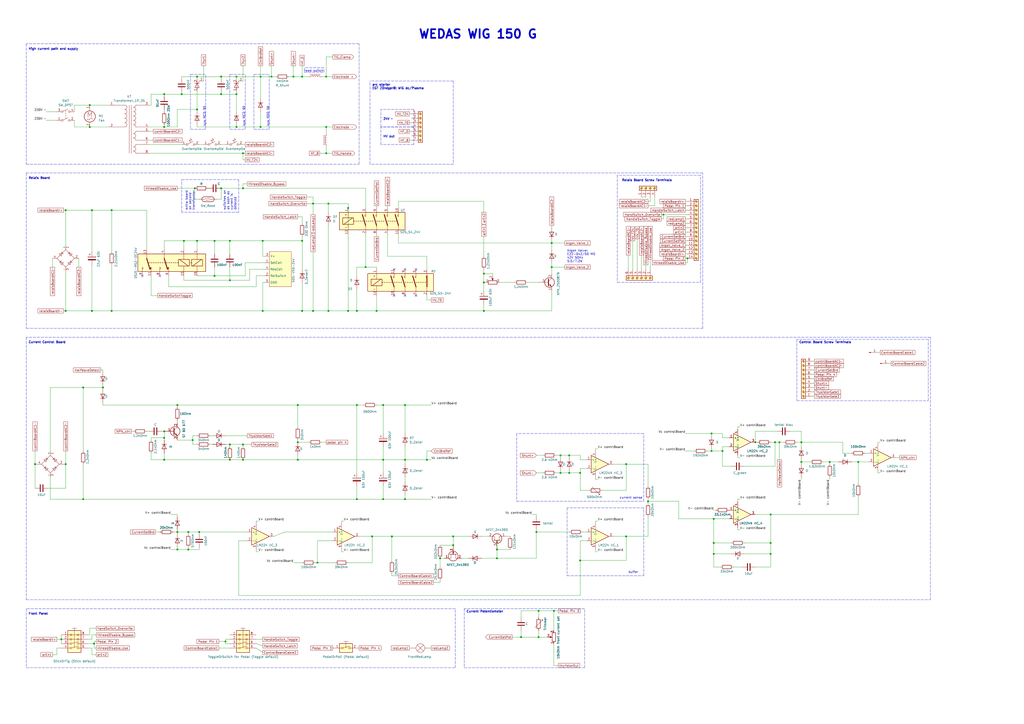
<source format=kicad_sch>
(kicad_sch (version 20211123) (generator eeschema)
  (paper "A2")
  (title_block (title "WIG 150 G") (rev "1.0") (company "WEDAS") (comment 1 "Reverse Engineered") (comment 2 "Some Diodes could be Zener Diodes"))
  (junction (at 35.56 370.84))
  (junction (at 109.22 308.61))
  (junction (at 115.57 308.61))
  (junction (at 311.15 308.61))
  (junction (at 234.95 234.95))
  (junction (at 464.82 256.54))
  (junction (at 330.2 274.32))
  (junction (at 114.3 63.5))
  (junction (at 38.1 121.92))
  (junction (at 95.25 254))
  (junction (at 111.76 255.27))
  (junction (at 140.97 266.7))
  (junction (at 288.29 318.77))
  (junction (at 124.46 139.7))
  (junction (at 201.93 120.65))
  (junction (at 222.25 266.7))
  (junction (at 363.22 311.15))
  (junction (at 320.04 140.97))
  (junction (at 48.26 224.79))
  (junction (at 53.34 121.92))
  (junction (at 398.78 149.86))
  (junction (at 234.95 289.56))
  (junction (at 102.87 318.77))
  (junction (at 321.31 354.33))
  (junction (at 172.72 256.54))
  (junction (at 113.03 109.22))
  (junction (at 52.07 60.96))
  (junction (at 48.26 289.56))
  (junction (at 64.77 121.92))
  (junction (at 128.27 44.45))
  (junction (at 280.67 180.34))
  (junction (at 137.16 54.61))
  (junction (at 181.61 118.11))
  (junction (at 375.92 290.83))
  (junction (at 106.68 139.7))
  (junction (at 201.93 180.34))
  (junction (at 170.18 44.45))
  (junction (at 140.97 109.22))
  (junction (at 312.42 369.57))
  (junction (at 114.3 44.45))
  (junction (at 215.9 311.15))
  (junction (at 325.12 264.16))
  (junction (at 95.25 73.66))
  (junction (at 130.81 372.11))
  (junction (at 302.26 369.57))
  (junction (at 184.15 326.39))
  (junction (at 336.55 274.32))
  (junction (at 175.26 139.7))
  (junction (at 38.1 269.24))
  (junction (at 207.01 289.56))
  (junction (at 190.5 180.34))
  (junction (at 481.33 267.97))
  (junction (at 384.81 124.46))
  (junction (at 447.04 321.31))
  (junction (at 102.87 234.95))
  (junction (at 189.23 88.9))
  (junction (at 128.27 54.61))
  (junction (at 207.01 180.34))
  (junction (at 102.87 308.61))
  (junction (at 133.35 139.7))
  (junction (at 52.07 73.66))
  (junction (at 222.25 234.95))
  (junction (at 38.1 180.34))
  (junction (at 95.25 266.7))
  (junction (at 133.35 162.56))
  (junction (at 280.67 163.83))
  (junction (at 128.27 109.22))
  (junction (at 137.16 44.45))
  (junction (at 419.1 261.62))
  (junction (at 54.61 373.38))
  (junction (at 151.13 73.66))
  (junction (at 234.95 266.7))
  (junction (at 172.72 234.95))
  (junction (at 152.4 139.7))
  (junction (at 363.22 269.24))
  (junction (at 312.42 354.33))
  (junction (at 336.55 325.12))
  (junction (at 255.27 323.85))
  (junction (at 288.29 323.85))
  (junction (at 133.35 257.81))
  (junction (at 497.84 267.97))
  (junction (at 95.25 250.19))
  (junction (at 95.25 54.61))
  (junction (at 181.61 180.34))
  (junction (at 189.23 73.66))
  (junction (at 140.97 257.81))
  (junction (at 137.16 73.66))
  (junction (at 59.69 224.79))
  (junction (at 414.02 321.31))
  (junction (at 207.01 234.95))
  (junction (at 227.33 311.15))
  (junction (at 157.48 44.45))
  (junction (at 53.34 180.34))
  (junction (at 105.41 54.61))
  (junction (at 151.13 44.45))
  (junction (at 414.02 300.99))
  (junction (at 447.04 298.45))
  (junction (at 414.02 314.96))
  (junction (at 124.46 160.02))
  (junction (at 172.72 266.7))
  (junction (at 133.35 266.7))
  (junction (at 325.12 274.32))
  (junction (at 218.44 180.34))
  (junction (at 140.97 88.9))
  (junction (at 212.09 154.94))
  (junction (at 320.04 154.94))
  (junction (at 262.89 316.23))
  (junction (at 247.65 266.7))
  (junction (at 330.2 264.16))
  (junction (at 222.25 289.56))
  (junction (at 20.32 269.24))
  (junction (at 280.67 158.75))
  (junction (at 464.82 267.97))
  (junction (at 175.26 44.45))
  (junction (at 412.75 261.62))
  (junction (at 114.3 139.7))
  (junction (at 447.04 314.96))
  (junction (at 175.26 180.34))
  (junction (at 412.75 251.46))
  (junction (at 449.58 256.54))
  (junction (at 262.89 311.15))
  (junction (at 109.22 318.77))
  (junction (at 438.15 256.54))
  (junction (at 190.5 118.11))
  (junction (at 64.77 180.34))
  (junction (at 452.12 256.54))
  (junction (at 152.4 180.34))
  (junction (at 189.23 44.45))
  (no_connect (at 92.71 160.02))
  (no_connect (at 82.55 160.02))
  (no_connect (at 228.6 171.45))
  (no_connect (at 234.95 171.45))
  (no_connect (at 241.3 171.45))
  (no_connect (at 241.3 156.21))
  (no_connect (at 234.95 156.21))
  (no_connect (at 228.6 156.21))
  (wire (pts (xy 336.55 345.44) (xy 336.55 325.12)))
  (polyline (pts (xy 133.35 74.93) (xy 142.24 74.93)))
  (polyline (pts (xy 133.35 43.18) (xy 142.24 43.18)))
  (wire (pts (xy 330.2 274.32) (xy 336.55 274.32)))
  (wire (pts (xy 427.99 265.43) (xy 429.26 265.43)))
  (wire (pts (xy 118.11 38.1) (xy 118.11 46.99)))
  (wire (pts (xy 383.54 127) (xy 384.81 127)))
  (polyline (pts (xy 119.38 74.93) (xy 119.38 43.18)))
  (wire (pts (xy 50.8 368.3) (xy 52.07 368.3)))
  (wire (pts (xy 208.28 311.15) (xy 215.9 311.15)))
  (wire (pts (xy 86.36 60.96) (xy 87.63 60.96)))
  (wire (pts (xy 87.63 266.7) (xy 95.25 266.7)))
  (wire (pts (xy 234.95 276.86) (xy 234.95 279.4)))
  (wire (pts (xy 137.16 44.45) (xy 137.16 45.72)))
  (wire (pts (xy 509.27 273.05) (xy 509.27 274.32)))
  (wire (pts (xy 130.81 372.11) (xy 127 372.11)))
  (wire (pts (xy 53.34 379.73) (xy 55.88 379.73)))
  (wire (pts (xy 427.99 247.65) (xy 429.26 247.65)))
  (wire (pts (xy 207.01 234.95) (xy 172.72 234.95)))
  (wire (pts (xy 345.44 276.86) (xy 345.44 278.13)))
  (wire (pts (xy 124.46 147.32) (xy 124.46 139.7)))
  (wire (pts (xy 102.87 255.27) (xy 111.76 255.27)))
  (wire (pts (xy 38.1 180.34) (xy 53.34 180.34)))
  (wire (pts (xy 321.31 373.38) (xy 321.31 386.08)))
  (wire (pts (xy 311.15 308.61) (xy 330.2 308.61)))
  (wire (pts (xy 462.28 256.54) (xy 464.82 256.54)))
  (wire (pts (xy 140.97 92.71) (xy 140.97 88.9)))
  (wire (pts (xy 140.97 266.7) (xy 172.72 266.7)))
  (polyline (pts (xy 462.28 196.85) (xy 462.28 232.41)))
  (polyline (pts (xy 147.32 74.93) (xy 156.21 74.93)))
  (wire (pts (xy 427.99 247.65) (xy 427.99 248.92)))
  (wire (pts (xy 207.01 154.94) (xy 207.01 160.02)))
  (wire (pts (xy 102.87 317.5) (xy 102.87 318.77)))
  (wire (pts (xy 113.03 115.57) (xy 113.03 109.22)))
  (wire (pts (xy 97.79 166.37) (xy 148.59 166.37)))
  (wire (pts (xy 95.25 73.66) (xy 102.87 73.66)))
  (wire (pts (xy 186.69 256.54) (xy 189.23 256.54)))
  (wire (pts (xy 201.93 118.11) (xy 201.93 120.65)))
  (polyline (pts (xy 220.98 83.82) (xy 220.98 73.66)))
  (wire (pts (xy 172.72 234.95) (xy 172.72 247.65)))
  (wire (pts (xy 355.6 311.15) (xy 363.22 311.15)))
  (wire (pts (xy 143.51 106.68) (xy 140.97 106.68)))
  (wire (pts (xy 215.9 311.15) (xy 227.33 311.15)))
  (wire (pts (xy 298.45 163.83) (xy 289.56 163.83)))
  (wire (pts (xy 450.85 250.19) (xy 438.15 250.19)))
  (wire (pts (xy 311.15 299.72) (xy 311.15 298.45)))
  (wire (pts (xy 152.4 180.34) (xy 175.26 180.34)))
  (wire (pts (xy 133.35 154.94) (xy 133.35 162.56)))
  (wire (pts (xy 379.73 114.3) (xy 379.73 119.38)))
  (wire (pts (xy 38.1 121.92) (xy 53.34 121.92)))
  (wire (pts (xy 102.87 318.77) (xy 109.22 318.77)))
  (polyline (pts (xy 110.49 74.93) (xy 119.38 74.93)))
  (wire (pts (xy 234.95 266.7) (xy 234.95 269.24)))
  (wire (pts (xy 447.04 256.54) (xy 449.58 256.54)))
  (wire (pts (xy 128.27 54.61) (xy 137.16 54.61)))
  (wire (pts (xy 234.95 287.02) (xy 234.95 289.56)))
  (polyline (pts (xy 208.28 95.25) (xy 208.28 25.4)))
  (wire (pts (xy 170.18 38.1) (xy 170.18 44.45)))
  (polyline (pts (xy 15.24 25.4) (xy 15.24 95.25)))
  (wire (pts (xy 481.33 267.97) (xy 486.41 267.97)))
  (wire (pts (xy 384.81 124.46) (xy 383.54 124.46)))
  (wire (pts (xy 234.95 289.56) (xy 250.19 289.56)))
  (wire (pts (xy 87.63 255.27) (xy 87.63 254)))
  (wire (pts (xy 181.61 118.11) (xy 181.61 124.46)))
  (polyline (pts (xy 240.03 63.5) (xy 220.98 63.5)))
  (wire (pts (xy 198.12 302.26) (xy 198.12 303.53)))
  (wire (pts (xy 449.58 256.54) (xy 452.12 256.54)))
  (wire (pts (xy 293.37 311.15) (xy 295.91 311.15)))
  (wire (pts (xy 152.4 148.59) (xy 152.4 139.7)))
  (wire (pts (xy 175.26 139.7) (xy 175.26 156.21)))
  (wire (pts (xy 184.15 326.39) (xy 184.15 313.69)))
  (wire (pts (xy 330.2 264.16) (xy 336.55 264.16)))
  (wire (pts (xy 449.58 270.51) (xy 449.58 256.54)))
  (wire (pts (xy 106.68 162.56) (xy 133.35 162.56)))
  (wire (pts (xy 375.92 269.24) (xy 363.22 269.24)))
  (wire (pts (xy 201.93 135.89) (xy 201.93 180.34)))
  (wire (pts (xy 397.51 261.62) (xy 402.59 261.62)))
  (wire (pts (xy 148.59 318.77) (xy 148.59 320.04)))
  (wire (pts (xy 412.75 251.46) (xy 412.75 252.73)))
  (wire (pts (xy 311.15 298.45) (xy 308.61 298.45)))
  (wire (pts (xy 312.42 354.33) (xy 312.42 358.14)))
  (wire (pts (xy 115.57 317.5) (xy 115.57 318.77)))
  (wire (pts (xy 438.15 298.45) (xy 447.04 298.45)))
  (wire (pts (xy 114.3 257.81) (xy 111.76 257.81)))
  (polyline (pts (xy 538.48 232.41) (xy 538.48 196.85)))
  (wire (pts (xy 472.44 219.71) (xy 471.17 219.71)))
  (wire (pts (xy 121.92 257.81) (xy 123.19 257.81)))
  (wire (pts (xy 237.49 375.92) (xy 238.76 375.92)))
  (wire (pts (xy 148.59 302.26) (xy 149.86 302.26)))
  (wire (pts (xy 114.3 44.45) (xy 128.27 44.45)))
  (wire (pts (xy 363.22 269.24) (xy 363.22 284.48)))
  (wire (pts (xy 105.41 44.45) (xy 114.3 44.45)))
  (wire (pts (xy 153.67 160.02) (xy 148.59 160.02)))
  (wire (pts (xy 140.97 257.81) (xy 140.97 259.08)))
  (wire (pts (xy 398.78 152.4) (xy 398.78 149.86)))
  (polyline (pts (xy 15.24 100.33) (xy 15.24 190.5)))
  (wire (pts (xy 509.27 256.54) (xy 509.27 257.81)))
  (wire (pts (xy 95.25 250.19) (xy 95.25 254)))
  (wire (pts (xy 397.51 116.84) (xy 398.78 116.84)))
  (wire (pts (xy 111.76 252.73) (xy 114.3 252.73)))
  (wire (pts (xy 397.51 134.62) (xy 398.78 134.62)))
  (wire (pts (xy 190.5 118.11) (xy 190.5 123.19)))
  (wire (pts (xy 59.69 223.52) (xy 59.69 224.79)))
  (wire (pts (xy 345.44 261.62) (xy 345.44 260.35)))
  (wire (pts (xy 53.34 153.67) (xy 53.34 180.34)))
  (wire (pts (xy 340.36 266.7) (xy 336.55 266.7)))
  (wire (pts (xy 427.99 289.56) (xy 427.99 290.83)))
  (wire (pts (xy 375.92 311.15) (xy 363.22 311.15)))
  (wire (pts (xy 320.04 168.91) (xy 320.04 180.34)))
  (wire (pts (xy 59.69 215.9) (xy 59.69 214.63)))
  (wire (pts (xy 285.75 158.75) (xy 280.67 158.75)))
  (polyline (pts (xy 328.93 334.01) (xy 373.38 334.01)))
  (wire (pts (xy 464.82 269.24) (xy 464.82 267.97)))
  (wire (pts (xy 464.82 256.54) (xy 464.82 259.08)))
  (wire (pts (xy 397.51 119.38) (xy 398.78 119.38)))
  (wire (pts (xy 325.12 264.16) (xy 325.12 265.43)))
  (wire (pts (xy 336.55 284.48) (xy 341.63 284.48)))
  (wire (pts (xy 234.95 266.7) (xy 247.65 266.7)))
  (wire (pts (xy 218.44 154.94) (xy 218.44 156.21)))
  (wire (pts (xy 115.57 115.57) (xy 113.03 115.57)))
  (wire (pts (xy 375.92 299.72) (xy 375.92 311.15)))
  (wire (pts (xy 109.22 308.61) (xy 109.22 309.88)))
  (polyline (pts (xy 142.24 74.93) (xy 142.24 43.18)))
  (wire (pts (xy 345.44 320.04) (xy 346.71 320.04)))
  (wire (pts (xy 127 375.92) (xy 133.35 375.92)))
  (wire (pts (xy 447.04 321.31) (xy 431.8 321.31)))
  (wire (pts (xy 95.25 54.61) (xy 95.25 55.88)))
  (wire (pts (xy 30.48 154.94) (xy 30.48 149.86)))
  (wire (pts (xy 190.5 180.34) (xy 201.93 180.34)))
  (wire (pts (xy 181.61 146.05) (xy 181.61 180.34)))
  (wire (pts (xy 427.99 264.16) (xy 427.99 265.43)))
  (wire (pts (xy 87.63 171.45) (xy 91.44 171.45)))
  (wire (pts (xy 29.21 261.62) (xy 29.21 224.79)))
  (wire (pts (xy 133.35 162.56) (xy 144.78 162.56)))
  (wire (pts (xy 494.03 267.97) (xy 497.84 267.97)))
  (wire (pts (xy 336.55 313.69) (xy 340.36 313.69)))
  (polyline (pts (xy 176.53 41.91) (xy 187.96 41.91)))
  (wire (pts (xy 311.15 264.16) (xy 314.96 264.16)))
  (wire (pts (xy 26.67 64.77) (xy 33.02 64.77)))
  (wire (pts (xy 115.57 83.82) (xy 118.11 83.82)))
  (wire (pts (xy 64.77 153.67) (xy 64.77 180.34)))
  (wire (pts (xy 397.51 152.4) (xy 398.78 152.4)))
  (wire (pts (xy 33.02 370.84) (xy 35.56 370.84)))
  (wire (pts (xy 397.51 132.08) (xy 398.78 132.08)))
  (wire (pts (xy 427.99 289.56) (xy 429.26 289.56)))
  (wire (pts (xy 102.87 109.22) (xy 113.03 109.22)))
  (wire (pts (xy 247.65 148.59) (xy 247.65 156.21)))
  (wire (pts (xy 424.18 314.96) (xy 414.02 314.96)))
  (wire (pts (xy 280.67 158.75) (xy 280.67 163.83)))
  (wire (pts (xy 336.55 266.7) (xy 336.55 264.16)))
  (wire (pts (xy 377.19 150.495) (xy 377.19 156.21)))
  (wire (pts (xy 414.02 328.93) (xy 417.83 328.93)))
  (wire (pts (xy 38.1 121.92) (xy 38.1 142.24)))
  (wire (pts (xy 501.65 262.89) (xy 504.19 262.89)))
  (wire (pts (xy 181.61 180.34) (xy 190.5 180.34)))
  (wire (pts (xy 140.97 92.71) (xy 142.24 92.71)))
  (wire (pts (xy 255.27 336.55) (xy 255.27 337.82)))
  (polyline (pts (xy 373.38 290.83) (xy 373.38 251.46)))
  (polyline (pts (xy 240.03 63.5) (xy 240.03 73.66)))
  (wire (pts (xy 87.63 54.61) (xy 95.25 54.61)))
  (wire (pts (xy 111.76 255.27) (xy 111.76 257.81)))
  (wire (pts (xy 224.79 135.89) (xy 224.79 148.59)))
  (wire (pts (xy 59.69 214.63) (xy 58.42 214.63)))
  (wire (pts (xy 336.55 325.12) (xy 336.55 313.69)))
  (wire (pts (xy 105.41 53.34) (xy 105.41 54.61)))
  (wire (pts (xy 124.46 160.02) (xy 142.24 160.02)))
  (wire (pts (xy 175.26 180.34) (xy 181.61 180.34)))
  (wire (pts (xy 152.4 163.83) (xy 152.4 180.34)))
  (wire (pts (xy 64.77 121.92) (xy 85.09 121.92)))
  (wire (pts (xy 87.63 254) (xy 95.25 254)))
  (wire (pts (xy 231.14 140.97) (xy 320.04 140.97)))
  (wire (pts (xy 302.26 354.33) (xy 302.26 358.14)))
  (wire (pts (xy 412.75 260.35) (xy 412.75 261.62)))
  (wire (pts (xy 280.67 116.84) (xy 280.67 123.19)))
  (wire (pts (xy 48.26 224.79) (xy 48.26 261.62)))
  (wire (pts (xy 115.57 309.88) (xy 115.57 308.61)))
  (polyline (pts (xy 105.41 123.19) (xy 105.41 104.14)))
  (wire (pts (xy 128.27 44.45) (xy 128.27 45.72)))
  (wire (pts (xy 175.26 163.83) (xy 175.26 180.34)))
  (wire (pts (xy 427.99 307.34) (xy 429.26 307.34)))
  (wire (pts (xy 52.07 73.66) (xy 43.18 73.66)))
  (wire (pts (xy 181.61 118.11) (xy 190.5 118.11)))
  (wire (pts (xy 59.69 234.95) (xy 102.87 234.95)))
  (wire (pts (xy 336.55 325.12) (xy 363.22 325.12)))
  (wire (pts (xy 59.69 233.68) (xy 59.69 234.95)))
  (polyline (pts (xy 138.43 104.14) (xy 138.43 123.19)))
  (wire (pts (xy 201.93 326.39) (xy 215.9 326.39)))
  (polyline (pts (xy 406.4 101.6) (xy 358.14 101.6)))
  (wire (pts (xy 33.02 375.92) (xy 33.02 379.73)))
  (wire (pts (xy 189.23 85.09) (xy 189.23 88.9)))
  (wire (pts (xy 95.25 63.5) (xy 95.25 64.77)))
  (wire (pts (xy 345.44 260.35) (xy 346.71 260.35)))
  (wire (pts (xy 102.87 308.61) (xy 109.22 308.61)))
  (wire (pts (xy 95.25 139.7) (xy 106.68 139.7)))
  (wire (pts (xy 234.95 234.95) (xy 234.95 251.46)))
  (wire (pts (xy 330.2 264.16) (xy 330.2 265.43)))
  (wire (pts (xy 384.81 124.46) (xy 398.78 124.46)))
  (wire (pts (xy 114.3 160.02) (xy 124.46 160.02)))
  (wire (pts (xy 372.11 147.955) (xy 372.11 156.21)))
  (polyline (pts (xy 406.4 163.83) (xy 406.4 101.6)))
  (wire (pts (xy 85.09 250.19) (xy 86.36 250.19)))
  (wire (pts (xy 148.59 375.92) (xy 152.4 378.46)))
  (wire (pts (xy 237.49 66.04) (xy 238.76 66.04)))
  (wire (pts (xy 102.87 234.95) (xy 172.72 234.95)))
  (polyline (pts (xy 264.16 387.35) (xy 264.16 353.06)))
  (wire (pts (xy 472.44 224.79) (xy 471.17 224.79)))
  (wire (pts (xy 38.1 157.48) (xy 38.1 180.34)))
  (wire (pts (xy 95.25 254) (xy 95.25 255.27)))
  (wire (pts (xy 133.35 266.7) (xy 140.97 266.7)))
  (wire (pts (xy 165.1 308.61) (xy 158.75 311.15)))
  (wire (pts (xy 35.56 370.84) (xy 35.56 373.38)))
  (wire (pts (xy 397.51 127) (xy 398.78 127)))
  (wire (pts (xy 231.14 334.01) (xy 227.33 334.01)))
  (wire (pts (xy 317.5 369.57) (xy 312.42 369.57)))
  (wire (pts (xy 152.4 163.83) (xy 153.67 163.83)))
  (wire (pts (xy 481.33 278.13) (xy 481.33 276.86)))
  (wire (pts (xy 302.26 369.57) (xy 312.42 369.57)))
  (wire (pts (xy 372.11 114.3) (xy 374.65 114.3)))
  (wire (pts (xy 64.77 180.34) (xy 152.4 180.34)))
  (wire (pts (xy 472.44 229.87) (xy 471.17 229.87)))
  (wire (pts (xy 364.49 147.955) (xy 364.49 156.21)))
  (wire (pts (xy 438.15 256.54) (xy 439.42 256.54)))
  (wire (pts (xy 102.87 299.72) (xy 102.87 298.45)))
  (polyline (pts (xy 15.24 387.35) (xy 264.16 387.35)))
  (wire (pts (xy 247.65 171.45) (xy 247.65 173.99)))
  (wire (pts (xy 152.4 148.59) (xy 153.67 148.59)))
  (wire (pts (xy 330.2 273.05) (xy 330.2 274.32)))
  (wire (pts (xy 151.13 44.45) (xy 151.13 57.15)))
  (wire (pts (xy 105.41 45.72) (xy 105.41 44.45)))
  (polyline (pts (xy 262.89 95.25) (xy 214.63 95.25)))
  (wire (pts (xy 464.82 278.13) (xy 464.82 276.86)))
  (wire (pts (xy 137.16 53.34) (xy 137.16 54.61)))
  (wire (pts (xy 121.92 252.73) (xy 123.19 252.73)))
  (wire (pts (xy 114.3 72.39) (xy 114.3 73.66)))
  (wire (pts (xy 130.81 252.73) (xy 143.51 252.73)))
  (wire (pts (xy 367.03 139.7) (xy 367.03 156.21)))
  (wire (pts (xy 43.18 60.96) (xy 52.07 60.96)))
  (wire (pts (xy 114.3 139.7) (xy 114.3 144.78)))
  (wire (pts (xy 43.18 69.85) (xy 43.18 73.66)))
  (wire (pts (xy 198.12 318.77) (xy 198.12 320.04)))
  (wire (pts (xy 157.48 38.1) (xy 157.48 44.45)))
  (wire (pts (xy 109.22 317.5) (xy 109.22 318.77)))
  (wire (pts (xy 414.02 321.31) (xy 414.02 314.96)))
  (wire (pts (xy 35.56 375.92) (xy 33.02 375.92)))
  (wire (pts (xy 397.51 121.92) (xy 398.78 121.92)))
  (polyline (pts (xy 15.24 195.58) (xy 15.24 347.98)))
  (wire (pts (xy 53.34 180.34) (xy 64.77 180.34)))
  (polyline (pts (xy 373.38 251.46) (xy 299.72 251.46)))
  (polyline (pts (xy 15.24 95.25) (xy 208.28 95.25)))
  (wire (pts (xy 102.87 234.95) (xy 102.87 236.22)))
  (polyline (pts (xy 299.72 251.46) (xy 299.72 290.83)))
  (wire (pts (xy 48.26 224.79) (xy 59.69 224.79)))
  (wire (pts (xy 438.15 328.93) (xy 447.04 328.93)))
  (wire (pts (xy 215.9 326.39) (xy 215.9 311.15)))
  (wire (pts (xy 148.59 373.38) (xy 152.4 374.65)))
  (wire (pts (xy 472.44 214.63) (xy 471.17 214.63)))
  (wire (pts (xy 130.81 257.81) (xy 133.35 257.81)))
  (polyline (pts (xy 339.09 353.06) (xy 269.24 353.06)))
  (wire (pts (xy 170.18 44.45) (xy 175.26 44.45)))
  (polyline (pts (xy 462.28 232.41) (xy 538.48 232.41)))
  (wire (pts (xy 322.58 264.16) (xy 325.12 264.16)))
  (wire (pts (xy 419.1 254) (xy 419.1 251.46)))
  (polyline (pts (xy 299.72 290.83) (xy 373.38 290.83)))
  (wire (pts (xy 280.67 137.16) (xy 280.67 148.59)))
  (polyline (pts (xy 539.75 347.98) (xy 539.75 195.58)))
  (wire (pts (xy 295.91 318.77) (xy 288.29 318.77)))
  (polyline (pts (xy 240.03 83.82) (xy 220.98 83.82)))
  (wire (pts (xy 279.4 311.15) (xy 283.21 311.15)))
  (polyline (pts (xy 110.49 43.18) (xy 119.38 43.18)))
  (polyline (pts (xy 373.38 294.64) (xy 328.93 294.64)))
  (wire (pts (xy 250.19 261.62) (xy 247.65 261.62)))
  (polyline (pts (xy 240.03 73.66) (xy 220.98 73.66)))
  (wire (pts (xy 148.59 302.26) (xy 148.59 303.53)))
  (wire (pts (xy 189.23 88.9) (xy 193.04 88.9)))
  (wire (pts (xy 102.87 243.84) (xy 102.87 245.11)))
  (polyline (pts (xy 147.32 43.18) (xy 156.21 43.18)))
  (wire (pts (xy 510.54 204.47) (xy 509.27 204.47)))
  (wire (pts (xy 54.61 372.11) (xy 55.88 372.11)))
  (wire (pts (xy 133.35 257.81) (xy 133.35 259.08)))
  (wire (pts (xy 234.95 259.08) (xy 234.95 266.7)))
  (wire (pts (xy 325.12 264.16) (xy 330.2 264.16)))
  (wire (pts (xy 207.01 234.95) (xy 207.01 274.32)))
  (wire (pts (xy 114.3 63.5) (xy 114.3 64.77)))
  (wire (pts (xy 43.18 60.96) (xy 43.18 64.77)))
  (wire (pts (xy 218.44 180.34) (xy 280.67 180.34)))
  (polyline (pts (xy 208.28 25.4) (xy 15.24 25.4)))
  (wire (pts (xy 36.83 121.92) (xy 38.1 121.92)))
  (wire (pts (xy 172.72 256.54) (xy 172.72 255.27)))
  (wire (pts (xy 95.25 262.89) (xy 95.25 266.7)))
  (wire (pts (xy 86.36 88.9) (xy 140.97 88.9)))
  (polyline (pts (xy 105.41 104.14) (xy 138.43 104.14)))
  (wire (pts (xy 38.1 269.24) (xy 38.1 261.62)))
  (wire (pts (xy 170.18 326.39) (xy 175.26 326.39)))
  (wire (pts (xy 27.94 283.21) (xy 38.1 283.21)))
  (wire (pts (xy 133.35 139.7) (xy 124.46 139.7)))
  (wire (pts (xy 320.04 130.81) (xy 320.04 132.08)))
  (polyline (pts (xy 373.38 334.01) (xy 373.38 294.64)))
  (wire (pts (xy 452.12 256.54) (xy 452.12 266.7)))
  (polyline (pts (xy 328.93 294.64) (xy 328.93 334.01)))
  (wire (pts (xy 207.01 289.56) (xy 222.25 289.56)))
  (wire (pts (xy 288.29 323.85) (xy 311.15 323.85)))
  (wire (pts (xy 262.89 311.15) (xy 262.89 316.23)))
  (wire (pts (xy 100.33 308.61) (xy 102.87 308.61)))
  (wire (pts (xy 133.35 139.7) (xy 152.4 139.7)))
  (wire (pts (xy 93.98 250.19) (xy 95.25 250.19)))
  (wire (pts (xy 114.3 45.72) (xy 114.3 44.45)))
  (polyline (pts (xy 187.96 41.91) (xy 187.96 39.37)))
  (wire (pts (xy 222.25 281.94) (xy 222.25 289.56)))
  (wire (pts (xy 231.14 116.84) (xy 231.14 120.65)))
  (wire (pts (xy 218.44 135.89) (xy 218.44 137.16)))
  (wire (pts (xy 427.99 306.07) (xy 427.99 307.34)))
  (wire (pts (xy 184.15 313.69) (xy 193.04 313.69)))
  (wire (pts (xy 137.16 73.66) (xy 151.13 73.66)))
  (wire (pts (xy 48.26 289.56) (xy 207.01 289.56)))
  (wire (pts (xy 189.23 73.66) (xy 193.04 73.66)))
  (wire (pts (xy 414.02 314.96) (xy 414.02 300.99)))
  (wire (pts (xy 497.84 288.29) (xy 497.84 298.45)))
  (wire (pts (xy 114.3 53.34) (xy 114.3 63.5)))
  (wire (pts (xy 414.02 295.91) (xy 415.29 295.91)))
  (wire (pts (xy 250.19 375.92) (xy 248.92 375.92)))
  (wire (pts (xy 414.02 321.31) (xy 414.02 328.93)))
  (wire (pts (xy 412.75 261.62) (xy 419.1 261.62)))
  (wire (pts (xy 464.82 267.97) (xy 469.9 267.97)))
  (wire (pts (xy 488.95 262.89) (xy 488.95 256.54)))
  (wire (pts (xy 144.78 156.21) (xy 144.78 162.56)))
  (wire (pts (xy 234.95 234.95) (xy 222.25 234.95)))
  (wire (pts (xy 311.15 308.61) (xy 311.15 323.85)))
  (wire (pts (xy 201.93 180.34) (xy 207.01 180.34)))
  (wire (pts (xy 111.76 252.73) (xy 111.76 255.27)))
  (wire (pts (xy 302.26 365.76) (xy 302.26 369.57)))
  (wire (pts (xy 237.49 81.28) (xy 238.76 81.28)))
  (wire (pts (xy 247.65 173.99) (xy 250.19 173.99)))
  (polyline (pts (xy 269.24 353.06) (xy 269.24 387.35)))
  (wire (pts (xy 320.04 154.94) (xy 327.66 154.94)))
  (wire (pts (xy 222.25 259.08) (xy 222.25 266.7)))
  (wire (pts (xy 237.49 76.2) (xy 238.76 76.2)))
  (wire (pts (xy 224.79 148.59) (xy 247.65 148.59)))
  (polyline (pts (xy 262.89 46.99) (xy 214.63 46.99)))
  (wire (pts (xy 50.8 373.38) (xy 54.61 373.38)))
  (wire (pts (xy 410.21 261.62) (xy 412.75 261.62)))
  (wire (pts (xy 148.59 320.04) (xy 149.86 320.04)))
  (wire (pts (xy 280.67 180.34) (xy 320.04 180.34)))
  (wire (pts (xy 87.63 54.61) (xy 87.63 60.96)))
  (wire (pts (xy 231.14 116.84) (xy 280.67 116.84)))
  (polyline (pts (xy 358.14 163.83) (xy 406.4 163.83)))
  (wire (pts (xy 279.4 323.85) (xy 288.29 323.85)))
  (polyline (pts (xy 240.03 73.66) (xy 240.03 83.82)))
  (wire (pts (xy 447.04 328.93) (xy 447.04 321.31)))
  (wire (pts (xy 109.22 318.77) (xy 115.57 318.77)))
  (wire (pts (xy 375.92 290.83) (xy 375.92 292.1)))
  (wire (pts (xy 222.25 289.56) (xy 234.95 289.56)))
  (wire (pts (xy 140.97 83.82) (xy 142.24 83.82)))
  (wire (pts (xy 363.22 311.15) (xy 363.22 325.12)))
  (wire (pts (xy 189.23 44.45) (xy 193.04 44.45)))
  (wire (pts (xy 85.09 121.92) (xy 85.09 144.78)))
  (wire (pts (xy 21.59 269.24) (xy 20.32 269.24)))
  (wire (pts (xy 255.27 337.82) (xy 251.46 337.82)))
  (wire (pts (xy 105.41 83.82) (xy 86.36 83.82)))
  (wire (pts (xy 133.35 370.84) (xy 130.81 370.84)))
  (wire (pts (xy 140.97 257.81) (xy 146.05 257.81)))
  (wire (pts (xy 151.13 73.66) (xy 189.23 73.66)))
  (wire (pts (xy 255.27 323.85) (xy 255.27 328.93)))
  (wire (pts (xy 151.13 44.45) (xy 157.48 44.45)))
  (wire (pts (xy 140.97 38.1) (xy 140.97 46.99)))
  (wire (pts (xy 138.43 313.69) (xy 143.51 313.69)))
  (wire (pts (xy 148.59 160.02) (xy 148.59 166.37)))
  (wire (pts (xy 198.12 302.26) (xy 199.39 302.26)))
  (wire (pts (xy 106.68 160.02) (xy 106.68 162.56)))
  (polyline (pts (xy 138.43 123.19) (xy 105.41 123.19)))
  (wire (pts (xy 336.55 271.78) (xy 340.36 271.78)))
  (wire (pts (xy 218.44 234.95) (xy 222.25 234.95)))
  (wire (pts (xy 330.2 274.32) (xy 325.12 274.32)))
  (wire (pts (xy 133.35 139.7) (xy 133.35 147.32)))
  (wire (pts (xy 198.12 320.04) (xy 199.39 320.04)))
  (wire (pts (xy 336.55 274.32) (xy 336.55 284.48)))
  (wire (pts (xy 207.01 154.94) (xy 212.09 154.94)))
  (polyline (pts (xy 407.67 100.33) (xy 15.24 100.33)))
  (wire (pts (xy 212.09 135.89) (xy 212.09 154.94)))
  (wire (pts (xy 288.29 318.77) (xy 288.29 313.69)))
  (wire (pts (xy 464.82 250.19) (xy 464.82 256.54)))
  (wire (pts (xy 397.51 147.32) (xy 398.78 147.32)))
  (wire (pts (xy 412.75 251.46) (xy 419.1 251.46)))
  (wire (pts (xy 397.51 129.54) (xy 398.78 129.54)))
  (wire (pts (xy 280.67 176.53) (xy 280.67 180.34)))
  (polyline (pts (xy 156.21 74.93) (xy 156.21 43.18)))
  (wire (pts (xy 64.77 121.92) (xy 64.77 146.05)))
  (wire (pts (xy 182.88 326.39) (xy 184.15 326.39)))
  (wire (pts (xy 302.26 354.33) (xy 312.42 354.33)))
  (wire (pts (xy 50.8 375.92) (xy 53.34 375.92)))
  (wire (pts (xy 472.44 222.25) (xy 471.17 222.25)))
  (wire (pts (xy 138.43 345.44) (xy 138.43 313.69)))
  (wire (pts (xy 109.22 308.61) (xy 115.57 308.61)))
  (wire (pts (xy 369.57 138.43) (xy 369.57 156.21)))
  (wire (pts (xy 175.26 38.1) (xy 175.26 44.45)))
  (wire (pts (xy 138.43 345.44) (xy 336.55 345.44)))
  (wire (pts (xy 262.89 311.15) (xy 271.78 311.15)))
  (wire (pts (xy 53.34 375.92) (xy 53.34 379.73)))
  (wire (pts (xy 237.49 71.12) (xy 238.76 71.12)))
  (wire (pts (xy 516.89 210.82) (xy 515.62 210.82)))
  (wire (pts (xy 212.09 154.94) (xy 218.44 154.94)))
  (wire (pts (xy 336.55 271.78) (xy 336.55 274.32)))
  (wire (pts (xy 142.24 152.4) (xy 142.24 160.02)))
  (wire (pts (xy 29.21 289.56) (xy 29.21 276.86)))
  (wire (pts (xy 464.82 266.7) (xy 464.82 267.97)))
  (wire (pts (xy 53.34 370.84) (xy 53.34 368.3)))
  (wire (pts (xy 375.92 290.83) (xy 393.7 290.83)))
  (wire (pts (xy 397.51 149.86) (xy 398.78 149.86)))
  (wire (pts (xy 90.17 308.61) (xy 92.71 308.61)))
  (wire (pts (xy 285.75 160.02) (xy 285.75 158.75)))
  (wire (pts (xy 397.51 139.7) (xy 398.78 139.7)))
  (wire (pts (xy 210.82 234.95) (xy 207.01 234.95)))
  (wire (pts (xy 355.6 269.24) (xy 363.22 269.24)))
  (wire (pts (xy 137.16 54.61) (xy 137.16 64.77)))
  (wire (pts (xy 53.34 368.3) (xy 55.88 368.3)))
  (wire (pts (xy 53.34 121.92) (xy 53.34 146.05)))
  (polyline (pts (xy 539.75 195.58) (xy 15.24 195.58)))
  (polyline (pts (xy 240.03 73.66) (xy 220.98 73.66)))
  (wire (pts (xy 53.34 121.92) (xy 64.77 121.92)))
  (wire (pts (xy 472.44 227.33) (xy 471.17 227.33)))
  (wire (pts (xy 185.42 88.9) (xy 189.23 88.9)))
  (wire (pts (xy 218.44 119.38) (xy 218.44 120.65)))
  (wire (pts (xy 133.35 373.38) (xy 130.81 373.38)))
  (wire (pts (xy 222.25 266.7) (xy 234.95 266.7)))
  (wire (pts (xy 20.32 283.21) (xy 20.32 269.24)))
  (wire (pts (xy 177.8 118.11) (xy 181.61 118.11)))
  (polyline (pts (xy 214.63 95.25) (xy 214.63 46.99)))
  (wire (pts (xy 337.82 308.61) (xy 340.36 308.61)))
  (wire (pts (xy 172.72 266.7) (xy 222.25 266.7)))
  (polyline (pts (xy 176.53 39.37) (xy 176.53 41.91)))
  (wire (pts (xy 45.72 154.94) (xy 45.72 149.86)))
  (wire (pts (xy 86.36 73.66) (xy 95.25 73.66)))
  (wire (pts (xy 36.83 269.24) (xy 38.1 269.24)))
  (wire (pts (xy 509.27 274.32) (xy 510.54 274.32)))
  (wire (pts (xy 325.12 274.32) (xy 325.12 273.05)))
  (wire (pts (xy 447.04 298.45) (xy 447.04 314.96)))
  (wire (pts (xy 35.56 370.84) (xy 35.56 368.3)))
  (wire (pts (xy 124.46 154.94) (xy 124.46 160.02)))
  (wire (pts (xy 48.26 269.24) (xy 48.26 289.56)))
  (wire (pts (xy 153.67 156.21) (xy 144.78 156.21)))
  (wire (pts (xy 175.26 44.45) (xy 179.07 44.45)))
  (wire (pts (xy 481.33 267.97) (xy 481.33 269.24)))
  (wire (pts (xy 397.51 144.78) (xy 398.78 144.78)))
  (wire (pts (xy 177.8 114.3) (xy 181.61 114.3)))
  (wire (pts (xy 59.69 226.06) (xy 59.69 224.79)))
  (wire (pts (xy 54.61 373.38) (xy 54.61 375.92)))
  (wire (pts (xy 384.81 127) (xy 384.81 124.46)))
  (wire (pts (xy 311.15 307.34) (xy 311.15 308.61)))
  (polyline (pts (xy 187.96 39.37) (xy 176.53 39.37)))
  (polyline (pts (xy 220.98 73.66) (xy 220.98 63.5)))
  (wire (pts (xy 431.8 270.51) (xy 449.58 270.51)))
  (wire (pts (xy 447.04 314.96) (xy 431.8 314.96)))
  (wire (pts (xy 447.04 298.45) (xy 497.84 298.45)))
  (wire (pts (xy 125.73 115.57) (xy 128.27 115.57)))
  (wire (pts (xy 379.73 119.38) (xy 375.92 119.38)))
  (wire (pts (xy 88.9 76.2) (xy 86.36 76.2)))
  (wire (pts (xy 509.27 256.54) (xy 510.54 256.54)))
  (wire (pts (xy 102.87 298.45) (xy 99.06 298.45)))
  (wire (pts (xy 280.67 163.83) (xy 280.67 168.91)))
  (wire (pts (xy 157.48 44.45) (xy 160.02 44.45)))
  (wire (pts (xy 148.59 370.84) (xy 152.4 370.84)))
  (wire (pts (xy 52.07 368.3) (xy 52.07 364.49)))
  (wire (pts (xy 234.95 234.95) (xy 250.19 234.95)))
  (wire (pts (xy 99.06 318.77) (xy 102.87 318.77)))
  (wire (pts (xy 227.33 311.15) (xy 227.33 325.12)))
  (wire (pts (xy 102.87 63.5) (xy 102.87 73.66)))
  (wire (pts (xy 349.25 284.48) (xy 363.22 284.48)))
  (wire (pts (xy 186.69 44.45) (xy 189.23 44.45)))
  (wire (pts (xy 133.35 257.81) (xy 140.97 257.81)))
  (wire (pts (xy 105.41 54.61) (xy 128.27 54.61)))
  (wire (pts (xy 397.51 137.16) (xy 398.78 137.16)))
  (wire (pts (xy 95.25 54.61) (xy 105.41 54.61)))
  (wire (pts (xy 33.02 379.73) (xy 30.48 379.73)))
  (wire (pts (xy 224.79 119.38) (xy 224.79 120.65)))
  (wire (pts (xy 472.44 217.17) (xy 471.17 217.17)))
  (wire (pts (xy 172.72 266.7) (xy 172.72 264.16)))
  (wire (pts (xy 288.29 318.77) (xy 288.29 323.85)))
  (wire (pts (xy 320.04 139.7) (xy 320.04 140.97)))
  (wire (pts (xy 452.12 256.54) (xy 454.66 256.54)))
  (wire (pts (xy 345.44 302.26) (xy 346.71 302.26)))
  (wire (pts (xy 464.82 256.54) (xy 488.95 256.54)))
  (wire (pts (xy 281.94 163.83) (xy 280.67 163.83)))
  (wire (pts (xy 222.25 266.7) (xy 222.25 274.32)))
  (wire (pts (xy 472.44 209.55) (xy 471.17 209.55)))
  (wire (pts (xy 190.5 130.81) (xy 190.5 180.34)))
  (wire (pts (xy 140.97 106.68) (xy 140.97 109.22)))
  (polyline (pts (xy 538.48 196.85) (xy 462.28 196.85)))
  (wire (pts (xy 52.07 364.49) (xy 55.88 364.49)))
  (wire (pts (xy 201.93 120.65) (xy 201.93 132.08)))
  (wire (pts (xy 320.04 152.4) (xy 320.04 154.94)))
  (wire (pts (xy 207.01 180.34) (xy 218.44 180.34)))
  (wire (pts (xy 54.61 375.92) (xy 55.88 375.92)))
  (wire (pts (xy 414.02 300.99) (xy 422.91 300.99)))
  (wire (pts (xy 375.92 281.94) (xy 375.92 269.24)))
  (wire (pts (xy 189.23 44.45) (xy 189.23 33.02)))
  (wire (pts (xy 321.31 354.33) (xy 323.85 354.33)))
  (wire (pts (xy 130.81 370.84) (xy 130.81 372.11)))
  (wire (pts (xy 345.44 318.77) (xy 345.44 320.04)))
  (wire (pts (xy 320.04 140.97) (xy 320.04 144.78)))
  (wire (pts (xy 54.61 373.38) (xy 54.61 372.11)))
  (wire (pts (xy 95.25 139.7) (xy 95.25 144.78)))
  (wire (pts (xy 128.27 109.22) (xy 140.97 109.22)))
  (wire (pts (xy 311.15 274.32) (xy 314.96 274.32)))
  (polyline (pts (xy 264.16 353.06) (xy 15.24 353.06)))
  (wire (pts (xy 114.3 139.7) (xy 124.46 139.7)))
  (wire (pts (xy 472.44 212.09) (xy 471.17 212.09)))
  (wire (pts (xy 393.7 290.83) (xy 393.7 300.99)))
  (wire (pts (xy 497.84 280.67) (xy 497.84 267.97)))
  (wire (pts (xy 425.45 328.93) (xy 430.53 328.93)))
  (wire (pts (xy 424.18 321.31) (xy 414.02 321.31)))
  (wire (pts (xy 320.04 140.97) (xy 327.66 140.97)))
  (wire (pts (xy 375.92 289.56) (xy 375.92 290.83)))
  (wire (pts (xy 207.01 167.64) (xy 207.01 180.34)))
  (wire (pts (xy 95.25 266.7) (xy 133.35 266.7)))
  (wire (pts (xy 257.81 323.85) (xy 255.27 323.85)))
  (wire (pts (xy 397.51 251.46) (xy 412.75 251.46)))
  (wire (pts (xy 247.65 261.62) (xy 247.65 266.7)))
  (wire (pts (xy 312.42 365.76) (xy 312.42 369.57)))
  (wire (pts (xy 106.68 139.7) (xy 114.3 139.7)))
  (wire (pts (xy 128.27 115.57) (xy 128.27 109.22)))
  (wire (pts (xy 130.81 373.38) (xy 130.81 372.11)))
  (wire (pts (xy 87.63 160.02) (xy 87.63 171.45)))
  (wire (pts (xy 322.58 274.32) (xy 325.12 274.32)))
  (wire (pts (xy 422.91 254) (xy 419.1 254)))
  (wire (pts (xy 128.27 53.34) (xy 128.27 54.61)))
  (wire (pts (xy 181.61 118.11) (xy 181.61 114.3)))
  (wire (pts (xy 419.1 270.51) (xy 419.1 261.62)))
  (wire (pts (xy 218.44 171.45) (xy 218.44 180.34)))
  (wire (pts (xy 438.15 250.19) (xy 438.15 256.54)))
  (wire (pts (xy 175.26 125.73) (xy 175.26 129.54)))
  (wire (pts (xy 140.97 109.22) (xy 212.09 109.22)))
  (polyline (pts (xy 15.24 347.98) (xy 539.75 347.98)))
  (polyline (pts (xy 110.49 43.18) (xy 110.49 74.93)))
  (wire (pts (xy 172.72 256.54) (xy 179.07 256.54)))
  (wire (pts (xy 397.51 142.24) (xy 398.78 142.24)))
  (polyline (pts (xy 407.67 190.5) (xy 407.67 100.33)))
  (wire (pts (xy 422.91 259.08) (xy 419.1 259.08)))
  (polyline (pts (xy 147.32 43.18) (xy 147.32 74.93)))
  (wire (pts (xy 374.65 153.67) (xy 374.65 156.21)))
  (wire (pts (xy 114.3 73.66) (xy 137.16 73.66)))
  (wire (pts (xy 497.84 267.97) (xy 504.19 267.97)))
  (wire (pts (xy 175.26 137.16) (xy 175.26 139.7)))
  (wire (pts (xy 297.18 369.57) (xy 302.26 369.57)))
  (wire (pts (xy 494.03 262.89) (xy 488.95 262.89)))
  (wire (pts (xy 106.68 139.7) (xy 106.68 144.78)))
  (wire (pts (xy 20.32 269.24) (xy 20.32 261.62)))
  (wire (pts (xy 137.16 72.39) (xy 137.16 73.66)))
  (wire (pts (xy 97.79 160.02) (xy 97.79 166.37)))
  (wire (pts (xy 128.27 83.82) (xy 130.81 83.82)))
  (wire (pts (xy 519.43 265.43) (xy 521.97 265.43)))
  (wire (pts (xy 280.67 156.21) (xy 280.67 158.75)))
  (wire (pts (xy 36.83 180.34) (xy 38.1 180.34)))
  (wire (pts (xy 312.42 354.33) (xy 321.31 354.33)))
  (wire (pts (xy 231.14 135.89) (xy 231.14 140.97)))
  (wire (pts (xy 128.27 44.45) (xy 137.16 44.45)))
  (polyline (pts (xy 269.24 387.35) (xy 339.09 387.35)))
  (wire (pts (xy 189.23 73.66) (xy 189.23 77.47)))
  (wire (pts (xy 102.87 63.5) (xy 114.3 63.5)))
  (wire (pts (xy 88.9 81.28) (xy 86.36 81.28)))
  (wire (pts (xy 222.25 234.95) (xy 222.25 251.46)))
  (wire (pts (xy 52.07 73.66) (xy 63.5 73.66)))
  (wire (pts (xy 165.1 308.61) (xy 193.04 308.61)))
  (wire (pts (xy 271.78 323.85) (xy 267.97 323.85)))
  (wire (pts (xy 151.13 38.1) (xy 151.13 44.45)))
  (wire (pts (xy 227.33 311.15) (xy 262.89 311.15)))
  (wire (pts (xy 26.67 69.85) (xy 33.02 69.85)))
  (wire (pts (xy 212.09 109.22) (xy 212.09 120.65)))
  (wire (pts (xy 95.25 72.39) (xy 95.25 73.66)))
  (wire (pts (xy 87.63 262.89) (xy 87.63 266.7)))
  (wire (pts (xy 477.52 267.97) (xy 481.33 267.97)))
  (wire (pts (xy 306.07 163.83) (xy 312.42 163.83)))
  (wire (pts (xy 76.2 250.19) (xy 77.47 250.19)))
  (wire (pts (xy 207.01 281.94) (xy 207.01 289.56)))
  (wire (pts (xy 102.87 308.61) (xy 102.87 307.34)))
  (wire (pts (xy 345.44 302.26) (xy 345.44 303.53)))
  (wire (pts (xy 175.26 139.7) (xy 152.4 139.7)))
  (wire (pts (xy 175.26 125.73) (xy 172.72 125.73)))
  (wire (pts (xy 29.21 224.79) (xy 48.26 224.79)))
  (polyline (pts (xy 358.14 101.6) (xy 358.14 163.83)))
  (wire (pts (xy 189.23 33.02) (xy 193.04 33.02)))
  (polyline (pts (xy 133.35 43.18) (xy 133.35 74.93)))
  (wire (pts (xy 115.57 308.61) (xy 143.51 308.61)))
  (wire (pts (xy 153.67 152.4) (xy 142.24 152.4)))
  (wire (pts (xy 50.8 370.84) (xy 53.34 370.84)))
  (wire (pts (xy 52.07 60.96) (xy 63.5 60.96)))
  (wire (pts (xy 393.7 300.99) (xy 414.02 300.99)))
  (wire (pts (xy 38.1 283.21) (xy 38.1 269.24)))
  (wire (pts (xy 377.19 116.84) (xy 375.92 116.84)))
  (polyline (pts (xy 339.09 387.35) (xy 339.09 353.06)))
  (wire (pts (xy 48.26 289.56) (xy 29.21 289.56)))
  (polyline (pts (xy 15.24 353.06) (xy 15.24 387.35)))
  (wire (pts (xy 458.47 250.19) (xy 464.82 250.19)))
  (polyline (pts (xy 262.89 46.99) (xy 262.89 95.25)))
  (wire (pts (xy 447.04 314.96) (xy 447.04 321.31)))
  (wire (pts (xy 227.33 334.01) (xy 227.33 332.74)))
  (wire (pts (xy 102.87 309.88) (xy 102.87 308.61)))
  (wire (pts (xy 201.93 118.11) (xy 190.5 118.11)))
  (wire (pts (xy 321.31 386.08) (xy 323.85 386.08)))
  (wire (pts (xy 320.04 154.94) (xy 320.04 158.75)))
  (wire (pts (xy 321.31 354.33) (xy 321.31 365.76)))
  (wire (pts (xy 140.97 88.9) (xy 142.24 88.9)))
  (wire (pts (xy 167.64 44.45) (xy 170.18 44.45)))
  (wire (pts (xy 419.1 259.08) (xy 419.1 261.62)))
  (polyline (pts (xy 15.24 190.5) (xy 407.67 190.5)))
  (wire (pts (xy 424.18 270.51) (xy 419.1 270.51)))
  (wire (pts (xy 137.16 44.45) (xy 151.13 44.45)))
  (wire (pts (xy 247.65 266.7) (xy 250.19 266.7)))
  (wire (pts (xy 255.27 316.23) (xy 262.89 316.23)))
  (wire (pts (xy 345.44 278.13) (xy 346.71 278.13)))
  (wire (pts (xy 151.13 64.77) (xy 151.13 73.66)))
  (wire (pts (xy 194.31 326.39) (xy 184.15 326.39)))
  (wire (pts (xy 377.19 114.3) (xy 377.19 116.84)))
  (text "arc starter\nEGT Zündgerät WIG dc/Plasma" (at 215.9 52.07 0) (effects (font (size 1.27 1.27) (thickness 0.254) bold) (justify left bottom)))
  (text "switches on\nas soon as\ncurrent is\ndeteced" (at 137.16 121.92 90) (effects (font (size 1.27 1.27)) (justify left bottom)))
  (text "HV out" (at 222.25 80.01 0) (effects (font (size 1.27 1.27) (thickness 0.254) bold) (justify left bottom)))
  (text "24V ~" (at 222.25 69.85 0) (effects (font (size 1.27 1.27) (thickness 0.254) bold) (justify left bottom)))
  (text "Relais Board" (at 16.51 104.14 0) (effects (font (size 1.27 1.27) (thickness 0.254) bold) (justify left bottom)))
  (text "extra board\non second\ntransformer" (at 113.03 121.92 90) (effects (font (size 1.27 1.27)) (justify left bottom)))
  (text "Front Panel\n" (at 16.51 356.87 0) (effects (font (size 1.27 1.27) (thickness 0.254) bold) (justify left bottom)))
  (text "Control Board Screw Terminals\n" (at 463.55 199.39 0) (effects (font (size 1.27 1.27) (thickness 0.254) bold) (justify left bottom)))
  (text "Argon Valve:\nE22-042/50 MO\n42V 50Hz\n5.5/7.3W" (at 328.93 152.4 0) (effects (font (size 1.27 1.27)) (justify left bottom)))
  (text "Ixys MCD 95" (at 119.38 73.66 90) (effects (font (size 1.27 1.27)) (justify left bottom)))
  (text "Current Potentiometer\n" (at 270.51 355.6 0) (effects (font (size 1.27 1.27) (thickness 0.254) bold) (justify left bottom)))
  (text "buffer\n" (at 364.49 332.74 0) (effects (font (size 1.27 1.27)) (justify left bottom)))
  (text "Relais Board Screw Terminals\n" (at 360.68 105.41 0) (effects (font (size 1.27 1.27) (thickness 0.254) bold) (justify left bottom)))
  (text "High current path and supply" (at 16.51 29.21 0) (effects (font (size 1.27 1.27) (thickness 0.254) bold) (justify left bottom)))
  (text "Current Control Board" (at 16.51 199.39 0) (effects (font (size 1.27 1.27) (thickness 0.254) bold) (justify left bottom)))
  (text "Ixys MDD 56" (at 156.21 73.66 90) (effects (font (size 1.27 1.27)) (justify left bottom)))
  (text "WEDAS WIG 150 G" (at 242.57 22.86 0) (effects (font (size 5 5) (thickness 1) bold) (justify left bottom)))
  (text "current sense\n" (at 359.41 289.56 0) (effects (font (size 1.27 1.27)) (justify left bottom)))
  (text "reed switch" (at 176.53 41.91 0) (effects (font (size 1.27 1.27)) (justify left bottom)))
  (text "Ixys MCD 95" (at 142.24 73.66 90) (effects (font (size 1.27 1.27)) (justify left bottom)))
  (label "V+ contrlBoard" (at 149.86 302.26 0))
  (label "Vc controlBoard" (at 308.61 298.45 180))
  (label "V+ contrlBoard" (at 346.71 260.35 0))
  (label "V+ contrlBoard" (at 250.19 234.95 0))
  (label "V- contrlBoard" (at 464.82 278.13 270))
  (label "V- contrlBoard" (at 414.02 295.91 180))
  (label "V+ contrlBoard" (at 429.26 247.65 0))
  (label "V- contrlBoard" (at 250.19 289.56 0))
  (label "Vc controlBoard" (at 250.19 266.7 0))
  (label "Vc controlBoard" (at 397.51 251.46 180))
  (label "V- contrlBoard" (at 397.51 261.62 180))
  (label "V- contrlBoard" (at 429.26 307.34 0))
  (label "V+ contrlBoard" (at 510.54 256.54 0))
  (label "V- contrlBoard" (at 429.26 265.43 0))
  (label "V- contrlBoard" (at 346.71 320.04 0))
  (label "V+ contrlBoard" (at 199.39 302.26 0))
  (label "V+ contrlBoard" (at 346.71 302.26 0))
  (label "V- contrlBoard" (at 510.54 274.32 0))
  (label "V- contrlBoard" (at 149.86 320.04 0))
  (label "230V ~" (at 26.67 64.77 180))
  (label "V+ contrlBoard" (at 99.06 298.45 180))
  (label "Vc controlBoard" (at 99.06 318.77 180))
  (label "Vc controlBoard" (at 170.18 326.39 180))
  (label "V- contrlBoard" (at 346.71 278.13 0))
  (label "230V ~" (at 26.67 69.85 180))
  (label "V+ contrlBoard" (at 429.26 289.56 0))
  (label "V- contrlBoard" (at 481.33 278.13 270))
  (label "V- contrlBoard" (at 199.39 320.04 0))
  (global_label "relaisBoardV-" (shape passive) (at 36.83 180.34 180) (property "Intersheet References" "${INTERSHEET_REFS}" (effects hide)))
  (global_label "HalfWaveDetect" (shape passive) (at 58.42 214.63 180) (property "Intersheet References" "${INTERSHEET_REFS}" (effects hide)))
  (global_label "HF_B" (shape passive) (at 185.42 88.9 180) (property "Intersheet References" "${INTERSHEET_REFS}" (effects hide)))
  (global_label "redLamp2" (shape passive) (at 250.19 375.92 0) (property "Intersheet References" "${INTERSHEET_REFS}" (effects hide)))
  (global_label "HVreedDisable_Use" (shape passive) (at 102.87 109.22 180) (property "Intersheet References" "${INTERSHEET_REFS}" (effects hide)))
  (global_label "HandSwitch_Overwrite" (shape passive) (at 383.54 124.46 180) (property "Intersheet References" "${INTERSHEET_REFS}" (effects hide)))
  (global_label "NPN_ctrl" (shape passive) (at 76.2 250.19 180) (property "Intersheet References" "${INTERSHEET_REFS}" (effects hide)))
  (global_label "relaisBoardAC1~" (shape passive) (at 375.92 119.38 180) (property "Intersheet References" "${INTERSHEET_REFS}" (effects hide)))
  (global_label "Shunt+" (shape input) (at 311.15 264.16 180) (property "Intersheet References" "${INTERSHEET_REFS}" (effects hide)))
  (global_label "redLamp2" (shape passive) (at 397.51 129.54 180) (property "Intersheet References" "${INTERSHEET_REFS}" (effects hide)))
  (global_label "relaisBoardV+" (shape passive) (at 36.83 121.92 180) (property "Intersheet References" "${INTERSHEET_REFS}" (effects hide)))
  (global_label "HF_O" (shape passive) (at 175.26 38.1 90) (property "Intersheet References" "${INTERSHEET_REFS}" (effects hide)))
  (global_label "HV_T0" (shape passive) (at 250.19 173.99 0) (property "Intersheet References" "${INTERSHEET_REFS}" (effects hide)))
  (global_label "HV_T0" (shape passive) (at 237.49 71.12 180) (property "Intersheet References" "${INTERSHEET_REFS}" (effects hide)))
  (global_label "HandleSwitchToggle" (shape passive) (at 91.44 171.45 0) (property "Intersheet References" "${INTERSHEET_REFS}" (effects hide)))
  (global_label "ControlBoardCable1" (shape passive) (at 510.54 204.47 0) (property "Intersheet References" "${INTERSHEET_REFS}" (effects hide)))
  (global_label "relaisBoardAC2~" (shape passive) (at 142.24 83.82 0) (property "Intersheet References" "${INTERSHEET_REFS}" (effects hide)))
  (global_label "contrlBoardAC2~" (shape passive) (at 88.9 76.2 0) (property "Intersheet References" "${INTERSHEET_REFS}" (effects hide)))
  (global_label "arEn1" (shape passive) (at 280.67 137.16 90) (property "Intersheet References" "${INTERSHEET_REFS}" (effects hide)))
  (global_label "CurrentSetBrd" (shape passive) (at 397.51 137.16 180) (property "Intersheet References" "${INTERSHEET_REFS}" (effects hide)))
  (global_label "HandleSwitch_Toggle" (shape passive) (at 383.54 127 180) (property "Intersheet References" "${INTERSHEET_REFS}" (effects hide)))
  (global_label "contrlBoardAC1~" (shape passive) (at 88.9 81.28 0) (property "Intersheet References" "${INTERSHEET_REFS}" (effects hide)))
  (global_label "Pedal Pin 1" (shape passive) (at 397.51 119.38 180) (property "Intersheet References" "${INTERSHEET_REFS}" (effects hide)))
  (global_label "Pedal Pin 3" (shape passive) (at 193.04 375.92 180) (property "Intersheet References" "${INTERSHEET_REFS}" (effects hide)))
  (global_label "HVreedDisable_Bypass" (shape passive) (at 374.65 153.67 90) (property "Intersheet References" "${INTERSHEET_REFS}" (effects hide)))
  (global_label "relaisBoardAC1~" (shape passive) (at 142.24 88.9 0) (property "Intersheet References" "${INTERSHEET_REFS}" (effects hide)))
  (global_label "Argon_Valve_1" (shape passive) (at 327.66 140.97 0) (property "Intersheet References" "${INTERSHEET_REFS}" (effects hide)))
  (global_label "HV_T24" (shape passive) (at 237.49 66.04 180) (property "Intersheet References" "${INTERSHEET_REFS}" (effects hide)))
  (global_label "HF_B" (shape passive) (at 237.49 81.28 180) (property "Intersheet References" "${INTERSHEET_REFS}" (effects hide)))
  (global_label "HVreedDisable_Bypass" (shape passive) (at 143.51 106.68 0) (property "Intersheet References" "${INTERSHEET_REFS}" (effects hide)))
  (global_label "Shunt-" (shape input) (at 311.15 274.32 180) (property "Intersheet References" "${INTERSHEET_REFS}" (effects hide)))
  (global_label "CtrlBrdRef" (shape passive) (at 472.44 219.71 0) (property "Intersheet References" "${INTERSHEET_REFS}" (effects hide)))
  (global_label "ControlBoardCable2" (shape passive) (at 516.89 210.82 0) (property "Intersheet References" "${INTERSHEET_REFS}" (effects hide)))
  (global_label "HandSwitch_Overwrite" (shape passive) (at 55.88 364.49 0) (property "Intersheet References" "${INTERSHEET_REFS}" (effects hide)))
  (global_label "HandleSwitch_Latch" (shape passive) (at 397.51 121.92 180) (property "Intersheet References" "${INTERSHEET_REFS}" (effects hide)))
  (global_label "Pedal Pin 2" (shape passive) (at 397.51 149.86 180) (property "Intersheet References" "${INTERSHEET_REFS}" (effects hide)))
  (global_label "HandleSwitch_Toggle" (shape passive) (at 177.8 114.3 180) (property "Intersheet References" "${INTERSHEET_REFS}" (effects hide)))
  (global_label "Shunt+" (shape passive) (at 472.44 222.25 0) (property "Intersheet References" "${INTERSHEET_REFS}" (effects hide)))
  (global_label "relaisBoardAC2~" (shape passive) (at 320.04 130.81 90) (property "Intersheet References" "${INTERSHEET_REFS}" (effects hide)))
  (global_label "ControlBoardCable1" (shape passive) (at 231.14 334.01 0) (property "Intersheet References" "${INTERSHEET_REFS}" (effects hide)))
  (global_label "HVreedDisable_Bypass" (shape passive) (at 55.88 368.3 0) (property "Intersheet References" "${INTERSHEET_REFS}" (effects hide)))
  (global_label "contrlBoardAC1~" (shape passive) (at 20.32 261.62 90) (property "Intersheet References" "${INTERSHEET_REFS}" (effects hide)))
  (global_label "contrlBoardAC2~" (shape passive) (at 472.44 212.09 0) (property "Intersheet References" "${INTERSHEET_REFS}" (effects hide)))
  (global_label "CurrentSetPot" (shape passive) (at 397.51 139.7 180) (property "Intersheet References" "${INTERSHEET_REFS}" (effects hide)))
  (global_label "arEn2" (shape passive) (at 397.51 132.08 180) (property "Intersheet References" "${INTERSHEET_REFS}" (effects hide)))
  (global_label "HV_T24" (shape passive) (at 142.24 92.71 0) (property "Intersheet References" "${INTERSHEET_REFS}" (effects hide)))
  (global_label "HalfWaveDetect" (shape passive) (at 452.12 266.7 270) (property "Intersheet References" "${INTERSHEET_REFS}" (effects hide)))
  (global_label "HF_O" (shape passive) (at 237.49 76.2 180) (property "Intersheet References" "${INTERSHEET_REFS}" (effects hide)))
  (global_label "contrlBoardAC2~" (shape passive) (at 38.1 261.62 90) (property "Intersheet References" "${INTERSHEET_REFS}" (effects hide)))
  (global_label "Pedal Pin 1" (shape passive) (at 127 372.11 180) (property "Intersheet References" "${INTERSHEET_REFS}" (effects hide)))
  (global_label "redLamp1" (shape passive) (at 181.61 124.46 270) (property "Intersheet References" "${INTERSHEET_REFS}" (effects hide)))
  (global_label "redLamp1" (shape passive) (at 237.49 375.92 180) (property "Intersheet References" "${INTERSHEET_REFS}" (effects hide)))
  (global_label "Shunt-" (shape passive) (at 170.18 38.1 90) (property "Intersheet References" "${INTERSHEET_REFS}" (effects hide)))
  (global_label "arEn1" (shape passive) (at 30.48 379.73 180) (property "Intersheet References" "${INTERSHEET_REFS}" (effects hide)))
  (global_label "HandleSwitch_Latch" (shape passive) (at 152.4 374.65 0) (property "Intersheet References" "${INTERSHEET_REFS}" (effects hide)))
  (global_label "ControlBoardCable1" (shape passive) (at 127 375.92 180) (property "Intersheet References" "${INTERSHEET_REFS}" (effects hide)))
  (global_label "CtrlBrdRef" (shape passive) (at 151.13 38.1 90) (property "Intersheet References" "${INTERSHEET_REFS}" (effects hide)))
  (global_label "Pedal Pin 3" (shape passive) (at 323.85 354.33 0) (property "Intersheet References" "${INTERSHEET_REFS}" (effects hide)))
  (global_label "Electrode +" (shape output) (at 193.04 44.45 0) (property "Intersheet References" "${INTERSHEET_REFS}" (effects hide)))
  (global_label "TIG_Handle" (shape output) (at 193.04 88.9 0) (property "Intersheet References" "${INTERSHEET_REFS}" (effects hide)))
  (global_label "redLamp2" (shape passive) (at 181.61 146.05 90) (property "Intersheet References" "${INTERSHEET_REFS}" (effects hide)))
  (global_label "CurrentSetPot" (shape passive) (at 218.44 119.38 90) (property "Intersheet References" "${INTERSHEET_REFS}" (effects hide)))
  (global_label "ControlBoardCable2" (shape passive) (at 251.46 337.82 180) (property "Intersheet References" "${INTERSHEET_REFS}" (effects hide)))
  (global_label "relaisBoardV+" (shape passive) (at 397.51 116.84 180) (property "Intersheet References" "${INTERSHEET_REFS}" (effects hide)))
  (global_label "relaisBoardV+" (shape passive) (at 397.51 147.32 180) (property "Intersheet References" "${INTERSHEET_REFS}" (effects hide)))
  (global_label "relaisBoardAC2~" (shape passive) (at 375.92 116.84 180) (property "Intersheet References" "${INTERSHEET_REFS}" (effects hide)))
  (global_label "arEn2" (shape passive) (at 280.67 123.19 270) (property "Intersheet References" "${INTERSHEET_REFS}" (effects hide)))
  (global_label "HandleSwitch_Toggle" (shape passive) (at 152.4 370.84 0) (property "Intersheet References" "${INTERSHEET_REFS}" (effects hide)))
  (global_label "TIG_Clamp" (shape output) (at 193.04 33.02 0) (property "Intersheet References" "${INTERSHEET_REFS}" (effects hide)))
  (global_label "relaisBoardAC2~" (shape passive) (at 45.72 154.94 270) (property "Intersheet References" "${INTERSHEET_REFS}" (effects hide)))
  (global_label "ThysistorGate1" (shape passive) (at 472.44 227.33 0) (property "Intersheet References" "${INTERSHEET_REFS}" (effects hide)))
  (global_label "CtrlBrdRef" (shape input) (at 250.19 261.62 0) (property "Intersheet References" "${INTERSHEET_REFS}" (effects hide)))
  (global_label "HandleSwitch_Latch" (shape passive) (at 172.72 125.73 180) (property "Intersheet References" "${INTERSHEET_REFS}" (effects hide)))
  (global_label "Pedal Pin 4" (shape passive) (at 472.44 217.17 0) (property "Intersheet References" "${INTERSHEET_REFS}" (effects hide)))
  (global_label "Shunt-" (shape passive) (at 472.44 224.79 0) (property "Intersheet References" "${INTERSHEET_REFS}" (effects hide)))
  (global_label "CurrentSetPot" (shape output) (at 297.18 369.57 180) (property "Intersheet References" "${INTERSHEET_REFS}" (effects hide)))
  (global_label "thyristorOut" (shape passive) (at 323.85 386.08 0) (property "Intersheet References" "${INTERSHEET_REFS}" (effects hide)))
  (global_label "arEn1" (shape passive) (at 397.51 134.62 180) (property "Intersheet References" "${INTERSHEET_REFS}" (effects hide)))
  (global_label "arEn2" (shape passive) (at 55.88 379.73 0) (property "Intersheet References" "${INTERSHEET_REFS}" (effects hide)))
  (global_label "CurrentSetBrd" (shape passive) (at 472.44 214.63 0) (property "Intersheet References" "${INTERSHEET_REFS}" (effects hide)))
  (global_label "redLamp1" (shape passive) (at 397.51 127 180) (property "Intersheet References" "${INTERSHEET_REFS}" (effects hide)))
  (global_label "Thyr1" (shape passive) (at 118.11 38.1 90) (property "Intersheet References" "${INTERSHEET_REFS}" (effects hide)))
  (global_label "ThysistorGate2" (shape passive) (at 146.05 257.81 0) (property "Intersheet References" "${INTERSHEET_REFS}" (effects hide)))
  (global_label "Shunt+" (shape passive) (at 157.48 38.1 90) (property "Intersheet References" "${INTERSHEET_REFS}" (effects hide)))
  (global_label "relaisBoardAC1~" (shape passive) (at 30.48 154.94 270) (property "Intersheet References" "${INTERSHEET_REFS}" (effects hide)))
  (global_label "Argon_Valve_2" (shape passive) (at 397.51 144.78 180) (property "Intersheet References" "${INTERSHEET_REFS}" (effects hide)))
  (global_label "HV_T24" (shape passive) (at 367.03 139.7 90) (property "Intersheet References" "${INTERSHEET_REFS}" (effects hide)))
  (global_label "ThysistorGate1" (shape passive) (at 143.51 252.73 0) (property "Intersheet References" "${INTERSHEET_REFS}" (effects hide)))
  (global_label "ControlBoardCable2" (shape passive) (at 152.4 378.46 0) (property "Intersheet References" "${INTERSHEET_REFS}" (effects hide)))
  (global_label "Argon_Valve_2" (shape passive) (at 327.66 154.94 0) (property "Intersheet References" "${INTERSHEET_REFS}" (effects hide)))
  (global_label "HandSwitch_Overwrite" (shape passive) (at 177.8 118.11 180) (property "Intersheet References" "${INTERSHEET_REFS}" (effects hide)))
  (global_label "CurrentSetBrd" (shape passive) (at 90.17 308.61 180) (property "Intersheet References" "${INTERSHEET_REFS}" (effects hide)))
  (global_label "HVreedDisable_Use" (shape passive) (at 397.51 152.4 180) (property "Intersheet References" "${INTERSHEET_REFS}" (effects hide)))
  (global_label "CurrentSetBrd" (shape passive) (at 218.44 137.16 270) (property "Intersheet References" "${INTERSHEET_REFS}" (effects hide)))
  (global_label "Pedal Pin 4" (shape passive) (at 208.28 375.92 0) (property "Intersheet References" "${INTERSHEET_REFS}" (effects hide)))
  (global_label "contrlBoardAC1~" (shape passive) (at 472.44 209.55 0) (property "Intersheet References" "${INTERSHEET_REFS}" (effects hide)))
  (global_label "relaisBoardV+" (shape passive) (at 33.02 370.84 180) (property "Intersheet References" "${INTERSHEET_REFS}" (effects hide)))
  (global_label "ThysistorGate2" (shape passive) (at 472.44 229.87 0) (property "Intersheet References" "${INTERSHEET_REFS}" (effects hide)))
  (global_label "Electrode -" (shape output) (at 193.04 73.66 0) (property "Intersheet References" "${INTERSHEET_REFS}" (effects hide)))
  (global_label "HVreedDisable_Use" (shape passive) (at 55.88 375.92 0) (property "Intersheet References" "${INTERSHEET_REFS}" (effects hide)))
  (global_label "Thyr2" (shape passive) (at 140.97 38.1 90) (property "Intersheet References" "${INTERSHEET_REFS}" (effects hide)))
  (global_label "relaisBoardAC1~" (shape passive) (at 364.49 147.955 90) (property "Intersheet References" "${INTERSHEET_REFS}" (effects hide)))
  (global_label "relaisBoardAC2~" (shape passive) (at 372.11 147.955 90) (property "Intersheet References" "${INTERSHEET_REFS}" (effects hide)))
  (global_label "pedal pin 4" (shape passive) (at 189.23 256.54 0) (property "Intersheet References" "${INTERSHEET_REFS}" (effects hide)))
  (global_label "relaisBoardAC2~" (shape passive) (at 224.79 119.38 90) (property "Intersheet References" "${INTERSHEET_REFS}" (effects hide)))
  (global_label "NPN_ctrl" (shape passive) (at 521.97 265.43 0) (property "Intersheet References" "${INTERSHEET_REFS}" (effects hide)))
  (global_label "Argon_Valve_1" (shape passive) (at 397.51 142.24 180) (property "Intersheet References" "${INTERSHEET_REFS}" (effects hide)))
  (global_label "HVreedDisable_Use" (shape passive) (at 377.19 150.495 90) (property "Intersheet References" "${INTERSHEET_REFS}" (effects hide)))
  (global_label "Pedal Pin 2" (shape passive) (at 55.88 372.11 0) (property "Intersheet References" "${INTERSHEET_REFS}" (effects hide)))
  (global_label "HV_T0" (shape passive) (at 369.57 138.43 90) (property "Intersheet References" "${INTERSHEET_REFS}" (effects hide)))
  (symbol (lib_id "Device:R") (at 95.25 68.58 0) (unit 1)
    (property "Reference" "R?" (effects hide))
    (property "Value" "100Ohm 25W" (at 97.79 73.66 90) (effects (justify left)))
  )
  (symbol (lib_id "Connector:Screw_Terminal_01x04") (at 374.65 109.22 90) (unit 1)
    (property "Reference" "J?" (effects hide))
    (property "Value" "Screw_Terminal_01x04" (effects hide))
  )
  (symbol (lib_id "Device:D_Zener") (at 175.26 160.02 270) (unit 1)
    (property "Reference" "D?" (effects hide))
    (property "Value" "D_Zener?" (at 177.8 156.21 0) (effects (justify left)))
  )
  (symbol (lib_id "Device:D") (at 172.72 260.35 90) (mirror x) (unit 1)
    (property "Reference" "D?" (effects hide))
    (property "Value" "D" (at 173.99 260.35 90) (effects (justify right)))
  )
  (symbol (lib_id "Switch:SW_SPST_Temperature") (at 110.49 83.82 0) (unit 1)
    (property "Reference" "SW?" (effects hide))
    (property "Value" "OvertempSW" (at 105.41 86.36 0) (effects (justify left)))
  )
  (symbol (lib_id "Device:C") (at 90.17 250.19 270) (unit 1)
    (property "Reference" "C?" (effects hide))
    (property "Value" "C" (at 90.17 246.38 90))
  )
  (symbol (lib_id "Device:D") (at 330.2 269.24 270) (unit 1)
    (property "Reference" "D?" (effects hide))
    (property "Value" "D" (at 331.47 269.24 90) (effects (justify left)))
  )
  (symbol (lib_id "Device:R") (at 140.97 262.89 180) (unit 1)
    (property "Reference" "R?" (effects hide))
    (property "Value" "14Ohm" (at 138.43 259.08 90) (effects (justify left)))
  )
  (symbol (lib_id "Device:D") (at 464.82 262.89 270) (unit 1)
    (property "Reference" "D?" (effects hide))
    (property "Value" "D" (at 467.36 262.8899 90) (effects (justify left)))
  )
  (symbol (lib_id "Device:D") (at 320.04 148.59 270) (unit 1)
    (property "Reference" "D?" (effects hide))
    (property "Value" "D" (at 321.31 148.59 90) (effects (justify left)))
  )
  (symbol (lib_id "Device:D") (at 114.3 68.58 270) (unit 1)
    (property "Reference" "D?" (effects hide))
    (property "Value" "D" (effects hide))
  )
  (symbol (lib_id "Device:Q_SCR_AGK") (at 137.16 49.53 180) (unit 1)
    (property "Reference" "D?" (effects hide))
    (property "Value" "Q_SCR_AGK" (effects hide))
  )
  (symbol (lib_id "Device:R") (at 295.91 314.96 0) (unit 1)
    (property "Reference" "R?" (effects hide))
    (property "Value" "121kOhm" (at 298.45 318.77 90) (effects (justify left)))
  )
  (symbol (lib_id "Device:C") (at 124.46 109.22 90) (unit 1)
    (property "Reference" "C?" (effects hide))
    (property "Value" "C" (at 127 106.68 90))
  )
  (symbol (lib_id "Device:D") (at 95.25 259.08 270) (unit 1)
    (property "Reference" "D?" (effects hide))
    (property "Value" "D" (at 99.06 259.08 0))
  )
  (symbol (lib_id "Device:C") (at 427.99 270.51 90) (unit 1)
    (property "Reference" "C?" (effects hide))
    (property "Value" "C_green" (at 429.26 274.32 90))
  )
  (symbol (lib_id "wedasLibrary:Transformer_1P_3S") (at 74.93 68.58 0) (unit 1)
    (property "Reference" "U?" (at 74.93 55.88 0))
    (property "Value" "Transformer_1P_3S" (at 74.93 58.42 0))
  )
  (symbol (lib_id "Connector:Conn_01x01_Male") (at 504.19 204.47 0) (unit 1)
    (property "Reference" "J?" (effects hide))
    (property "Value" "Conn_01x01_Male" (effects hide))
  )
  (symbol (lib_id "Device:C_Polarized") (at 53.34 149.86 0) (unit 1)
    (property "Reference" "C?" (effects hide))
    (property "Value" "22uF 63V" (at 57.15 154.94 90) (effects (justify left)))
  )
  (symbol (lib_id "pspice:OPAMP") (at 511.81 265.43 0) (unit 1)
    (property "Reference" "U?" (effects hide))
    (property "Value" "LM224 rIC_1" (at 520.7 270.51 0))
  )
  (symbol (lib_id "Device:C") (at 133.35 151.13 0) (unit 1)
    (property "Reference" "C" (effects hide))
    (property "Value" "100nF" (at 134.62 153.67 0) (effects (justify left)))
  )
  (symbol (lib_id "Device:D") (at 137.16 68.58 270) (unit 1)
    (property "Reference" "D?" (effects hide))
    (property "Value" "D" (effects hide))
  )
  (symbol (lib_id "Device:R") (at 81.28 250.19 90) (unit 1)
    (property "Reference" "R?" (effects hide))
    (property "Value" "1.2kOhm" (at 81.28 252.73 90))
  )
  (symbol (lib_id "Device:R") (at 473.71 267.97 90) (unit 1)
    (property "Reference" "R?" (effects hide))
    (property "Value" "1.62kOhm" (at 478.79 270.51 90) (effects (justify left)))
  )
  (symbol (lib_id "Device:R_Variable") (at 312.42 361.95 0) (unit 1)
    (property "Reference" "R?" (effects hide))
    (property "Value" "Trimmer" (at 316.23 365.76 90) (effects (justify left)))
  )
  (symbol (lib_name "Switch_1") (lib_id "wedasLibrary:Switch") (at 43.18 381 0) (unit 1)
    (property "Reference" "SW1" (effects hide))
    (property "Value" "StickOrTig (Stick default)" (at 43.18 383.54 0))
  )
  (symbol (lib_id "Device:Q_NJFET_SDG") (at 262.89 321.31 270) (unit 1)
    (property "Reference" "Q?" (effects hide))
    (property "Value" "NFET_2n4393" (at 259.08 327.66 90) (effects (justify left)))
  )
  (symbol (lib_id "Device:D") (at 59.69 229.87 90) (unit 1)
    (property "Reference" "D?" (effects hide))
    (property "Value" "D" (at 60.96 229.87 90) (effects (justify right)))
  )
  (symbol (lib_id "Device:Q_NPN_ECB") (at 317.5 163.83 0) (unit 1)
    (property "Reference" "Q?" (effects hide))
    (property "Value" "NPN_2SD0879" (at 323.85 171.45 90) (effects (justify left)))
  )
  (symbol (lib_id "pspice:OPAMP") (at 430.53 256.54 0) (unit 1)
    (property "Reference" "U?" (effects hide))
    (property "Value" "LM224 rIC_2" (at 439.42 261.62 0))
  )
  (symbol (lib_id "Device:R") (at 172.72 251.46 0) (mirror x) (unit 1)
    (property "Reference" "R?" (effects hide))
    (property "Value" "3kOhm" (at 175.26 248.92 90) (effects (justify left)))
  )
  (symbol (lib_id "Device:D") (at 151.13 60.96 270) (unit 1)
    (property "Reference" "D?" (effects hide))
    (property "Value" "D" (effects hide))
  )
  (symbol (lib_id "Device:R") (at 102.87 240.03 0) (unit 1)
    (property "Reference" "R?" (effects hide))
    (property "Value" "10Ohm" (at 104.14 240.03 0) (effects (justify left)))
  )
  (symbol (lib_id "Device:R") (at 214.63 234.95 90) (unit 1)
    (property "Reference" "R?" (effects hide))
    (property "Value" "560Ohm" (at 214.63 238.76 90))
  )
  (symbol (lib_id "Diode_Bridge:B40C1500G") (at 38.1 149.86 90) (unit 1)
    (property "Reference" "D?" (effects hide))
    (property "Value" "B40C1500G" (effects hide))
    (property "Footprint" "Diode_THT:Diode_Bridge_Round_D9.8mm" (effects hide))
    (property "Datasheet" "https://www.vishay.com/docs/88501/b40c1500g.pdf" (effects hide))
  )
  (symbol (lib_id "Device:D") (at 427.99 321.31 0) (unit 1)
    (property "Reference" "D?" (effects hide))
    (property "Value" "D" (at 427.99 323.85 0))
  )
  (symbol (lib_id "Switch:SW_Reed") (at 120.65 115.57 0) (unit 1)
    (property "Reference" "SW?" (effects hide))
    (property "Value" "SW_Reed" (at 120.65 119.38 0))
  )
  (symbol (lib_id "Device:C") (at 302.26 361.95 0) (unit 1)
    (property "Reference" "C?" (effects hide))
    (property "Value" "C" (at 304.8 361.95 0) (effects (justify left)))
  )
  (symbol (lib_id "Connector:Screw_Terminal_01x14") (at 403.86 132.08 0) (unit 1)
    (property "Reference" "J?" (effects hide))
    (property "Value" "Screw_Terminal_01x14" (effects hide))
  )
  (symbol (lib_id "pspice:OPAMP") (at 347.98 311.15 0) (unit 1)
    (property "Reference" "U?" (effects hide))
    (property "Value" "LM224 lIC_1" (at 353.06 316.23 0))
  )
  (symbol (lib_id "Device:C") (at 128.27 49.53 0) (unit 1)
    (property "Reference" "C?" (effects hide))
    (property "Value" "500nF" (at 132.08 52.07 90) (effects (justify left)))
  )
  (symbol (lib_id "Diode_Bridge:B40C1500G") (at 29.21 269.24 90) (unit 1)
    (property "Reference" "D?" (effects hide))
    (property "Value" "B40C1500G" (effects hide))
    (property "Footprint" "Diode_THT:Diode_Bridge_Round_D9.8mm" (effects hide))
    (property "Datasheet" "https://www.vishay.com/docs/88501/b40c1500g.pdf" (effects hide))
  )
  (symbol (lib_id "Device:R") (at 175.26 133.35 180) (unit 1)
    (property "Reference" "R?" (effects hide))
    (property "Value" "330 Ohm" (at 177.8 137.16 90) (effects (justify right)))
  )
  (symbol (lib_id "Device:R") (at 280.67 152.4 180) (unit 1)
    (property "Reference" "R?" (effects hide))
    (property "Value" "1.21kOhm" (at 283.21 156.21 90) (effects (justify right)))
  )
  (symbol (lib_id "Connector:Screw_Terminal_01x09") (at 466.09 219.71 180) (unit 1)
    (property "Reference" "J?" (effects hide))
    (property "Value" "Screw_Terminal_01x09" (effects hide))
  )
  (symbol (lib_id "Device:C") (at 115.57 313.69 0) (unit 1)
    (property "Reference" "C?" (effects hide))
    (property "Value" "100nF" (at 119.38 313.69 90))
  )
  (symbol (lib_id "Device:R") (at 118.11 252.73 90) (unit 1)
    (property "Reference" "R?" (effects hide))
    (property "Value" "34Ohm" (at 118.11 255.27 90))
  )
  (symbol (lib_id "Device:D") (at 207.01 163.83 270) (unit 1)
    (property "Reference" "D?" (at 204.47 167.64 90) (effects (justify right)))
    (property "Value" "D" (at 204.47 162.5601 90) (effects (justify right)))
  )
  (symbol (lib_id "Device:R_Potentiometer") (at 321.31 369.57 180) (unit 1)
    (property "Reference" "RV?" (effects hide))
    (property "Value" "10kOhm front current set" (at 323.85 382.27 90) (effects (justify right)))
  )
  (symbol (lib_id "pspice:OPAMP") (at 200.66 311.15 0) (unit 1)
    (property "Reference" "U?" (effects hide))
    (property "Value" "LM224 lIC_2" (at 205.74 316.23 0))
  )
  (symbol (lib_id "Device:R") (at 198.12 326.39 90) (unit 1)
    (property "Reference" "R?" (effects hide))
    (property "Value" "39kOhm" (at 201.93 328.93 90) (effects (justify left)))
  )
  (symbol (lib_id "Device:R") (at 421.64 328.93 90) (unit 1)
    (property "Reference" "R?" (effects hide))
    (property "Value" "33kOhm" (at 421.64 331.47 90))
  )
  (symbol (lib_id "Device:D") (at 102.87 303.53 270) (unit 1)
    (property "Reference" "D?" (effects hide))
    (property "Value" "D" (at 100.33 303.53 0))
  )
  (symbol (lib_id "Device:R_Variable") (at 345.44 284.48 270) (unit 1)
    (property "Reference" "R?" (effects hide))
    (property "Value" "500kOhm" (at 340.36 288.29 90) (effects (justify left)))
  )
  (symbol (lib_id "Connector:Conn_01x01_Male") (at 510.54 210.82 0) (unit 1)
    (property "Reference" "J?" (effects hide))
    (property "Value" "Conn_01x01_Male" (effects hide))
  )
  (symbol (lib_id "Device:R") (at 419.1 295.91 90) (unit 1)
    (property "Reference" "R?" (effects hide))
    (property "Value" "33.1kOhm" (at 419.1 298.45 90))
  )
  (symbol (lib_id "Device:C") (at 95.25 59.69 0) (unit 1)
    (property "Reference" "C?" (effects hide))
    (property "Value" "91nF" (at 91.44 62.23 90) (effects (justify left)))
  )
  (symbol (lib_id "Device:D") (at 412.75 256.54 90) (unit 1)
    (property "Reference" "D?" (effects hide))
    (property "Value" "D" (at 415.29 256.5399 90) (effects (justify right)))
  )
  (symbol (lib_id "Device:Lamp") (at 243.84 375.92 90) (unit 1)
    (property "Reference" "LA?" (effects hide))
    (property "Value" "FrontRedLamp" (at 250.19 381 90) (effects (justify left)))
  )
  (symbol (lib_id "wedasLibrary:SDS_S3-24V") (at 224.79 146.05 0) (unit 1)
    (property "Reference" "R?" (at 252.73 157.48 0) (effects (justify right)))
    (property "Value" "SDS_S3-24V" (at 261.62 170.18 0) (effects (justify right)))
  )
  (symbol (lib_id "Device:Q_NJFET_SDG") (at 288.29 313.69 90) (unit 1)
    (property "Reference" "Q?" (effects hide))
    (property "Value" "NFET_2n4393" (at 294.64 307.34 90) (effects (justify left)))
  )
  (symbol (lib_id "pspice:OPAMP") (at 347.98 269.24 0) (unit 1)
    (property "Reference" "U?" (effects hide))
    (property "Value" "LM224N rIC_3" (at 354.33 274.32 0))
  )
  (symbol (lib_id "Device:R") (at 375.92 285.75 0) (unit 1)
    (property "Reference" "R?" (effects hide))
    (property "Value" "10kOhm" (at 378.46 289.56 90) (effects (justify left)))
  )
  (symbol (lib_id "Device:R") (at 458.47 256.54 90) (unit 1)
    (property "Reference" "R?" (effects hide))
    (property "Value" "39kOhm" (at 458.47 259.08 90))
  )
  (symbol (lib_id "Device:C") (at 454.66 250.19 90) (unit 1)
    (property "Reference" "C?" (effects hide))
    (property "Value" "tantal blau" (at 454.66 246.38 90))
  )
  (symbol (lib_id "Device:R") (at 48.26 265.43 180) (unit 1)
    (property "Reference" "R?" (effects hide))
    (property "Value" "1.2kOhm" (at 50.8 269.24 90) (effects (justify right)))
  )
  (symbol (lib_id "Connector:Screw_Terminal_01x06") (at 372.11 161.29 270) (unit 1)
    (property "Reference" "J?" (effects hide))
    (property "Value" "Screw_Terminal_01x06" (effects hide))
  )
  (symbol (lib_id "Device:D") (at 127 257.81 180) (unit 1)
    (property "Reference" "D?" (effects hide))
    (property "Value" "D" (at 127 255.27 0))
  )
  (symbol (lib_id "Device:R") (at 427.99 314.96 90) (unit 1)
    (property "Reference" "R?" (effects hide))
    (property "Value" "200kOhm" (at 427.99 317.5 90))
  )
  (symbol (lib_id "Device:D") (at 59.69 219.71 90) (unit 1)
    (property "Reference" "D?" (effects hide))
    (property "Value" "D" (at 60.96 219.71 90) (effects (justify right)))
  )
  (symbol (lib_id "Device:D") (at 127 252.73 180) (unit 1)
    (property "Reference" "D?" (effects hide))
    (property "Value" "D" (at 127 250.19 0))
  )
  (symbol (lib_id "Switch:SW_DPST") (at 38.1 67.31 0) (unit 1)
    (property "Reference" "SW?" (at 38.1 58.42 0))
    (property "Value" "SW_DPST" (at 38.1 60.96 0))
  )
  (symbol (lib_id "Device:R") (at 318.77 264.16 270) (unit 1)
    (property "Reference" "R?" (effects hide))
    (property "Value" "2.6 kOhm" (at 318.77 266.7 90))
  )
  (symbol (lib_id "Device:C_Polarized") (at 207.01 278.13 0) (unit 1)
    (property "Reference" "C?" (effects hide))
    (property "Value" "63V 100uF" (at 210.82 283.21 90) (effects (justify left)))
  )
  (symbol (lib_id "Device:R") (at 255.27 332.74 0) (unit 1)
    (property "Reference" "R?" (effects hide))
    (property "Value" "25.5kOhm" (at 252.73 336.55 90) (effects (justify left)))
  )
  (symbol (lib_name "Switch_1") (lib_id "wedasLibrary:Switch") (at 140.97 381 0) (unit 1)
    (property "Reference" "SW2" (effects hide))
    (property "Value" "ToggleOrSwitch for Pedal (Toggle default)" (at 140.97 381 0))
  )
  (symbol (lib_id "Connector:Screw_Terminal_01x07") (at 243.84 73.66 0) (unit 1)
    (property "Reference" "J?" (effects hide))
    (property "Value" "Screw_Terminal_01x07" (effects hide))
  )
  (symbol (lib_id "pspice:OPAMP") (at 151.13 311.15 0) (unit 1)
    (property "Reference" "U?" (effects hide))
    (property "Value" "LM224 lIC_3" (at 154.94 316.23 0))
  )
  (symbol (lib_id "Device:R") (at 255.27 320.04 0) (unit 1)
    (property "Reference" "R?" (effects hide))
    (property "Value" "332kOhm" (at 252.73 320.04 90))
  )
  (symbol (lib_id "Device:C") (at 311.15 303.53 0) (unit 1)
    (property "Reference" "C?" (effects hide))
    (property "Value" "tantal" (at 314.96 303.5299 0) (effects (justify left)))
  )
  (symbol (lib_id "Device:R") (at 118.11 257.81 90) (unit 1)
    (property "Reference" "R?" (effects hide))
    (property "Value" "34Ohm" (at 118.11 260.35 90))
  )
  (symbol (lib_id "wedasLibrary:SDS_S4_24V") (at 210.82 143.51 0) (unit 1)
    (property "Reference" "U?" (at 234.95 121.92 0) (effects (justify right)))
    (property "Value" "SDS_S4_24V" (at 243.84 134.62 0) (effects (justify right)))
  )
  (symbol (lib_id "Device:R") (at 87.63 259.08 0) (unit 1)
    (property "Reference" "R?" (effects hide))
    (property "Value" "2.1kOhm" (at 90.17 259.08 90))
  )
  (symbol (lib_id "Device:D") (at 275.59 311.15 180) (unit 1)
    (property "Reference" "D?" (effects hide))
    (property "Value" "D" (at 275.59 308.61 0))
  )
  (symbol (lib_id "Device:R") (at 133.35 262.89 180) (unit 1)
    (property "Reference" "R?" (effects hide))
    (property "Value" "14Ohm" (at 130.81 259.08 90) (effects (justify left)))
  )
  (symbol (lib_id "Device:R") (at 302.26 163.83 90) (unit 1)
    (property "Reference" "R?" (effects hide))
    (property "Value" "1.2kOhm" (at 302.26 166.37 90))
  )
  (symbol (lib_id "Device:Q_NPN_BCE") (at 100.33 250.19 0) (unit 1)
    (property "Reference" "Q?" (effects hide))
    (property "Value" "ST BD 677" (at 106.68 254 90) (effects (justify left)))
  )
  (symbol (lib_id "Device:C_Polarized") (at 280.67 172.72 0) (unit 1)
    (property "Reference" "C?" (effects hide))
    (property "Value" "100uF 63V" (at 284.48 177.8 90) (effects (justify left)))
  )
  (symbol (lib_id "Device:D") (at 320.04 135.89 90) (unit 1)
    (property "Reference" "D?" (effects hide))
    (property "Value" "D" (at 322.58 135.89 90))
  )
  (symbol (lib_id "Device:R") (at 497.84 284.48 180) (unit 1)
    (property "Reference" "R?" (effects hide))
    (property "Value" "10kOhm" (at 495.3 284.48 90))
  )
  (symbol (lib_id "Device:R") (at 96.52 308.61 90) (unit 1)
    (property "Reference" "R?" (effects hide))
    (property "Value" "20kOhm" (at 96.52 306.07 90))
  )
  (symbol (lib_id "Device:R") (at 443.23 256.54 90) (unit 1)
    (property "Reference" "R?" (effects hide))
    (property "Value" "39kOhm" (at 443.23 259.08 90))
  )
  (symbol (lib_id "Device:R") (at 318.77 274.32 90) (unit 1)
    (property "Reference" "R?" (effects hide))
    (property "Value" "2.6 kOhm" (at 318.77 276.86 90))
  )
  (symbol (lib_id "Device:L_Ferrite") (at 182.88 44.45 90) (unit 1)
    (property "Reference" "L?" (effects hide))
    (property "Value" "L_Ferrite" (effects hide))
  )
  (symbol (lib_name "Switch2_1") (lib_id "wedasLibrary:Switch2") (at 200.66 383.54 0) (unit 1)
    (property "Reference" "U?" (effects hide))
    (property "Value" "PedalOrPoti (Pedal default)" (at 200.66 381 0))
  )
  (symbol (lib_id "Device:R") (at 116.84 109.22 90) (unit 1)
    (property "Reference" "R?" (effects hide))
    (property "Value" "R" (at 116.84 106.68 90))
  )
  (symbol (lib_id "Device:R") (at 179.07 326.39 90) (unit 1)
    (property "Reference" "R?" (effects hide))
    (property "Value" "100kOhm" (at 179.07 328.93 90))
  )
  (symbol (lib_id "Device:R") (at 497.84 262.89 90) (unit 1)
    (property "Reference" "R?" (effects hide))
    (property "Value" "100kOhm" (at 497.84 259.08 90))
  )
  (symbol (lib_id "Device:D_Zener") (at 234.95 255.27 270) (unit 1)
    (property "Reference" "D?" (at 237.49 253.9999 90) (effects (justify left)))
    (property "Value" "D_Zener" (at 237.49 256.5399 90) (effects (justify left)))
  )
  (symbol (lib_id "Device:D") (at 190.5 127 270) (unit 1)
    (property "Reference" "D?" (at 193.04 125.7299 90) (effects (justify left)))
    (property "Value" "D" (at 193.04 128.2699 90) (effects (justify left)))
  )
  (symbol (lib_id "Device:R") (at 334.01 308.61 90) (unit 1)
    (property "Reference" "R?" (effects hide))
    (property "Value" "10kOhm" (at 334.01 311.15 90))
  )
  (symbol (lib_id "wedasLibrary:DS2E-MS2-DC24V") (at 100.33 167.64 0) (unit 1)
    (property "Reference" "U?" (effects hide))
    (property "Value" "DS2E-MS2-DC24V" (at 78.74 143.51 90) (effects (justify right)))
  )
  (symbol (lib_id "Device:C") (at 434.34 328.93 90) (unit 1)
    (property "Reference" "C?" (effects hide))
    (property "Value" "10uF" (at 434.34 332.74 90))
  )
  (symbol (lib_id "Device:R") (at 481.33 273.05 0) (unit 1)
    (property "Reference" "R?" (effects hide))
    (property "Value" "10kOhm" (at 483.87 276.86 90) (effects (justify left)))
  )
  (symbol (lib_id "Device:D") (at 490.22 267.97 180) (unit 1)
    (property "Reference" "D?" (effects hide))
    (property "Value" "D" (at 490.22 264.16 0))
  )
  (symbol (lib_id "Device:R") (at 406.4 261.62 90) (unit 1)
    (property "Reference" "R?" (effects hide))
    (property "Value" "192kOhm" (at 406.4 264.16 90))
  )
  (symbol (lib_id "Device:C_Polarized") (at 222.25 278.13 0) (unit 1)
    (property "Reference" "C?" (effects hide))
    (property "Value" "63V 100uF" (at 226.06 283.21 90) (effects (justify left)))
  )
  (symbol (lib_id "Device:D") (at 464.82 273.05 90) (unit 1)
    (property "Reference" "D?" (effects hide))
    (property "Value" "D" (at 467.36 273.0499 90) (effects (justify right)))
  )
  (symbol (lib_id "Device:D") (at 275.59 323.85 0) (unit 1)
    (property "Reference" "D?" (effects hide))
    (property "Value" "D" (at 276.225 326.39 0) (effects (justify right)))
  )
  (symbol (lib_id "Device:L_Ferrite") (at 189.23 81.28 180) (unit 1)
    (property "Reference" "L?" (effects hide))
    (property "Value" "L_Ferrite" (effects hide))
  )
  (symbol (lib_id "Device:C") (at 105.41 49.53 0) (unit 1)
    (property "Reference" "C?" (effects hide))
    (property "Value" "500nF" (at 109.22 52.07 90) (effects (justify left)))
  )
  (symbol (lib_id "Device:R") (at 227.33 328.93 0) (unit 1)
    (property "Reference" "R?" (effects hide))
    (property "Value" "25.5kOhm" (at 229.87 328.93 90))
  )
  (symbol (lib_id "Device:D") (at 102.87 313.69 270) (unit 1)
    (property "Reference" "D?" (effects hide))
    (property "Value" "D" (at 105.41 313.69 0))
  )
  (symbol (lib_id "Device:R") (at 182.88 256.54 90) (mirror x) (unit 1)
    (property "Reference" "R?" (effects hide))
    (property "Value" "1kOhm" (at 182.88 259.08 90))
  )
  (symbol (lib_id "Switch:SW_SPST_Temperature") (at 123.19 83.82 0) (unit 1)
    (property "Reference" "SW?" (effects hide))
    (property "Value" "OvertempSW" (at 118.11 86.36 0) (effects (justify left)))
  )
  (symbol (lib_id "Device:R") (at 163.83 44.45 90) (unit 1)
    (property "Reference" "R_Shunt" (at 163.83 49.53 90))
    (property "Value" "4mOhm" (at 163.83 46.99 90))
  )
  (symbol (lib_id "Device:D_Zener") (at 234.95 273.05 270) (unit 1)
    (property "Reference" "D?" (effects hide))
    (property "Value" "D_Zener" (at 237.49 273.0499 90) (effects (justify left)))
  )
  (symbol (lib_id "Device:C_Polarized") (at 222.25 255.27 0) (unit 1)
    (property "Reference" "C?" (effects hide))
    (property "Value" "63V 100uF" (at 226.06 260.35 90) (effects (justify left)))
  )
  (symbol (lib_id "pspice:OPAMP") (at 430.53 298.45 0) (unit 1)
    (property "Reference" "U?" (effects hide))
    (property "Value" "LM224N rIC_4" (at 435.61 303.53 0))
  )
  (symbol (lib_id "Device:D") (at 325.12 269.24 90) (unit 1)
    (property "Reference" "D?" (effects hide))
    (property "Value" "D" (at 326.39 269.24 90) (effects (justify right)))
  )
  (symbol (lib_id "Device:C") (at 124.46 151.13 0) (unit 1)
    (property "Reference" "C" (effects hide))
    (property "Value" "100nF" (at 125.73 153.67 0) (effects (justify left)))
  )
  (symbol (lib_id "Device:R") (at 109.22 313.69 0) (unit 1)
    (property "Reference" "R?" (effects hide))
    (property "Value" "570Ohm" (at 111.76 313.69 90))
  )
  (symbol (lib_id "Device:D_Zener") (at 234.95 283.21 270) (unit 1)
    (property "Reference" "D?" (effects hide))
    (property "Value" "D_Zener" (at 237.49 283.2099 90) (effects (justify left)))
  )
  (symbol (lib_id "Device:R") (at 64.77 149.86 0) (unit 1)
    (property "Reference" "R?" (effects hide))
    (property "Value" "2.21kOhm" (at 67.31 154.94 90) (effects (justify left)))
  )
  (symbol (lib_id "Device:R") (at 375.92 295.91 180) (unit 1)
    (property "Reference" "R?" (effects hide))
    (property "Value" "20kOhm" (at 378.46 299.72 90) (effects (justify right)))
  )
  (symbol (lib_id "Device:R_Potentiometer") (at 285.75 163.83 90) (unit 1)
    (property "Reference" "RV?" (effects hide))
    (property "Value" "R_Potentiometer" (effects hide))
  )
  (symbol (lib_id "Motor:Motor_AC") (at 52.07 66.04 0) (unit 1)
    (property "Reference" "M1" (at 57.15 67.3099 0) (effects (justify left)))
    (property "Value" "Fan" (at 57.15 69.8499 0) (effects (justify left)))
  )
  (symbol (lib_id "Switch:SW_SPST_Temperature") (at 135.89 83.82 0) (unit 1)
    (property "Reference" "SW?" (effects hide))
    (property "Value" "OvertempSW" (at 130.81 86.36 0) (effects (justify left)))
  )
  (symbol (lib_id "wedasLibrary:SDS-VS5-24V") (at 157.48 156.21 270) (unit 1)
    (property "Reference" "U?" (effects hide))
    (property "Value" "SDS-VS5-24V" (at 170.18 149.86 0) (effects (justify left)))
  )
  (symbol (lib_id "Device:C") (at 24.13 283.21 90) (unit 1)
    (property "Reference" "C?" (effects hide))
    (property "Value" "10uF" (at 24.13 287.02 90))
  )
  (symbol (lib_id "Device:Q_SCR_AGK") (at 114.3 49.53 180) (unit 1)
    (property "Reference" "D?" (effects hide))
    (property "Value" "Q_SCR_AGK" (effects hide))
  )
)
</source>
